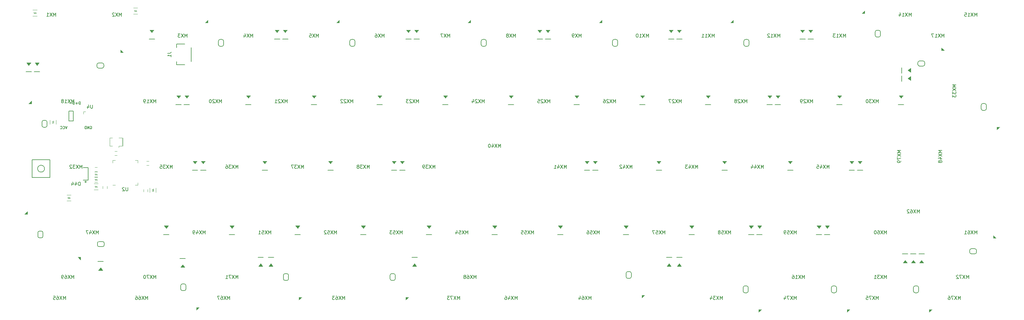
<source format=gbr>
G04 #@! TF.GenerationSoftware,KiCad,Pcbnew,(5.1.10)-1*
G04 #@! TF.CreationDate,2022-02-05T22:18:53+07:00*
G04 #@! TF.ProjectId,krush60hs,6b727573-6836-4306-9873-2e6b69636164,rev?*
G04 #@! TF.SameCoordinates,Original*
G04 #@! TF.FileFunction,Legend,Bot*
G04 #@! TF.FilePolarity,Positive*
%FSLAX46Y46*%
G04 Gerber Fmt 4.6, Leading zero omitted, Abs format (unit mm)*
G04 Created by KiCad (PCBNEW (5.1.10)-1) date 2022-02-05 22:18:53*
%MOMM*%
%LPD*%
G01*
G04 APERTURE LIST*
%ADD10C,0.187500*%
%ADD11C,0.150000*%
%ADD12C,0.100000*%
%ADD13C,0.120000*%
G04 APERTURE END LIST*
D10*
X17766219Y-70903995D02*
X17766219Y-70153995D01*
X17587647Y-70153995D01*
X17480505Y-70189710D01*
X17409076Y-70261138D01*
X17373362Y-70332567D01*
X17337647Y-70475424D01*
X17337647Y-70582567D01*
X17373362Y-70725424D01*
X17409076Y-70796852D01*
X17480505Y-70868281D01*
X17587647Y-70903995D01*
X17766219Y-70903995D01*
X17016219Y-70618281D02*
X16444790Y-70618281D01*
X16730505Y-70903995D02*
X16730505Y-70332567D01*
X15980274Y-70903995D02*
X15980274Y-70153995D01*
X15801702Y-70153995D01*
X15694560Y-70189710D01*
X15623131Y-70261138D01*
X15587417Y-70332567D01*
X15551702Y-70475424D01*
X15551702Y-70582567D01*
X15587417Y-70725424D01*
X15623131Y-70796852D01*
X15694560Y-70868281D01*
X15801702Y-70903995D01*
X15980274Y-70903995D01*
X15230274Y-70618281D02*
X14658845Y-70618281D01*
X20653508Y-77333490D02*
X20724937Y-77297775D01*
X20832080Y-77297775D01*
X20939222Y-77333490D01*
X21010651Y-77404918D01*
X21046365Y-77476347D01*
X21082080Y-77619204D01*
X21082080Y-77726347D01*
X21046365Y-77869204D01*
X21010651Y-77940632D01*
X20939222Y-78012061D01*
X20832080Y-78047775D01*
X20760651Y-78047775D01*
X20653508Y-78012061D01*
X20617794Y-77976347D01*
X20617794Y-77726347D01*
X20760651Y-77726347D01*
X20296365Y-78047775D02*
X20296365Y-77297775D01*
X19867794Y-78047775D01*
X19867794Y-77297775D01*
X19510651Y-78047775D02*
X19510651Y-77297775D01*
X19332080Y-77297775D01*
X19224937Y-77333490D01*
X19153508Y-77404918D01*
X19117794Y-77476347D01*
X19082080Y-77619204D01*
X19082080Y-77726347D01*
X19117794Y-77869204D01*
X19153508Y-77940632D01*
X19224937Y-78012061D01*
X19332080Y-78047775D01*
X19510651Y-78047775D01*
X13938300Y-77297775D02*
X13688300Y-78047775D01*
X13438300Y-77297775D01*
X12759728Y-77976347D02*
X12795442Y-78012061D01*
X12902585Y-78047775D01*
X12974014Y-78047775D01*
X13081157Y-78012061D01*
X13152585Y-77940632D01*
X13188300Y-77869204D01*
X13224014Y-77726347D01*
X13224014Y-77619204D01*
X13188300Y-77476347D01*
X13152585Y-77404918D01*
X13081157Y-77333490D01*
X12974014Y-77297775D01*
X12902585Y-77297775D01*
X12795442Y-77333490D01*
X12759728Y-77369204D01*
X12009728Y-77976347D02*
X12045442Y-78012061D01*
X12152585Y-78047775D01*
X12224014Y-78047775D01*
X12331157Y-78012061D01*
X12402585Y-77940632D01*
X12438300Y-77869204D01*
X12474014Y-77726347D01*
X12474014Y-77619204D01*
X12438300Y-77476347D01*
X12402585Y-77404918D01*
X12331157Y-77333490D01*
X12224014Y-77297775D01*
X12152585Y-77297775D01*
X12045442Y-77333490D01*
X12009728Y-77369204D01*
D11*
X45716250Y-53442500D02*
X45716250Y-54442500D01*
X48116250Y-53442500D02*
X45716250Y-53442500D01*
X49916250Y-58442500D02*
X49916250Y-54442500D01*
X45716250Y-59442500D02*
X48116250Y-59442500D01*
X45716250Y-58442500D02*
X45716250Y-59442500D01*
X3789685Y-92214410D02*
X8989685Y-92214410D01*
X8989685Y-92214410D02*
X8989685Y-87014410D01*
X8989685Y-87014410D02*
X3789685Y-87014410D01*
X3789685Y-87014410D02*
X3789685Y-92214410D01*
X7389685Y-89614410D02*
G75*
G03*
X7389685Y-89614410I-1000000J0D01*
G01*
D12*
G36*
X257016458Y-116195717D02*
G01*
X256416458Y-116995717D01*
X257616458Y-116995717D01*
X257016458Y-116195717D01*
G37*
X257016458Y-116195717D02*
X256416458Y-116995717D01*
X257616458Y-116995717D01*
X257016458Y-116195717D01*
D11*
X257816458Y-114395717D02*
X256216458Y-114395717D01*
X262578962Y-114395717D02*
X260978962Y-114395717D01*
D12*
G36*
X261778962Y-116195717D02*
G01*
X261178962Y-116995717D01*
X262378962Y-116995717D01*
X261778962Y-116195717D01*
G37*
X261778962Y-116195717D02*
X261178962Y-116995717D01*
X262378962Y-116995717D01*
X261778962Y-116195717D01*
D11*
X260197710Y-114395717D02*
X258597710Y-114395717D01*
D12*
G36*
X259397710Y-116195717D02*
G01*
X258797710Y-116995717D01*
X259997710Y-116995717D01*
X259397710Y-116195717D01*
G37*
X259397710Y-116195717D02*
X258797710Y-116995717D01*
X259997710Y-116995717D01*
X259397710Y-116195717D01*
D11*
X192332660Y-115394375D02*
X190732660Y-115394375D01*
D12*
G36*
X191532660Y-117194375D02*
G01*
X190932660Y-117994375D01*
X192132660Y-117994375D01*
X191532660Y-117194375D01*
G37*
X191532660Y-117194375D02*
X190932660Y-117994375D01*
X192132660Y-117994375D01*
X191532660Y-117194375D01*
D11*
X189356085Y-115394375D02*
X187756085Y-115394375D01*
D12*
G36*
X188556085Y-117194375D02*
G01*
X187956085Y-117994375D01*
X189156085Y-117994375D01*
X188556085Y-117194375D01*
G37*
X188556085Y-117194375D02*
X187956085Y-117994375D01*
X189156085Y-117994375D01*
X188556085Y-117194375D01*
D11*
X115536655Y-115394125D02*
X113936655Y-115394125D01*
D12*
G36*
X114736655Y-117194125D02*
G01*
X114136655Y-117994125D01*
X115336655Y-117994125D01*
X114736655Y-117194125D01*
G37*
X114736655Y-117194125D02*
X114136655Y-117994125D01*
X115336655Y-117994125D01*
X114736655Y-117194125D01*
D11*
X73864975Y-115394375D02*
X72264975Y-115394375D01*
D12*
G36*
X73064975Y-117194375D02*
G01*
X72464975Y-117994375D01*
X73664975Y-117994375D01*
X73064975Y-117194375D01*
G37*
X73064975Y-117194375D02*
X72464975Y-117994375D01*
X73664975Y-117994375D01*
X73064975Y-117194375D01*
D11*
X70888400Y-115394250D02*
X69288400Y-115394250D01*
D12*
G36*
X70088400Y-117194250D02*
G01*
X69488400Y-117994250D01*
X70688400Y-117994250D01*
X70088400Y-117194250D01*
G37*
X70088400Y-117194250D02*
X69488400Y-117994250D01*
X70688400Y-117994250D01*
X70088400Y-117194250D01*
D11*
X48266358Y-115691907D02*
X46666358Y-115691907D01*
D12*
G36*
X47466358Y-117491907D02*
G01*
X46866358Y-118291907D01*
X48066358Y-118291907D01*
X47466358Y-117491907D01*
G37*
X47466358Y-117491907D02*
X46866358Y-118291907D01*
X48066358Y-118291907D01*
X47466358Y-117491907D01*
D11*
X24453798Y-116584878D02*
X22853798Y-116584878D01*
D12*
G36*
X23653798Y-118384878D02*
G01*
X23053798Y-119184878D01*
X24253798Y-119184878D01*
X23653798Y-118384878D01*
G37*
X23653798Y-118384878D02*
X23053798Y-119184878D01*
X24253798Y-119184878D01*
X23653798Y-118384878D01*
D11*
X233594564Y-108781265D02*
X235194564Y-108781265D01*
D12*
G36*
X234394564Y-106981265D02*
G01*
X234994564Y-106181265D01*
X233794564Y-106181265D01*
X234394564Y-106981265D01*
G37*
X234394564Y-106981265D02*
X234994564Y-106181265D01*
X233794564Y-106181265D01*
X234394564Y-106981265D01*
D11*
X231213312Y-108781265D02*
X232813312Y-108781265D01*
D12*
G36*
X232013312Y-106981265D02*
G01*
X232613312Y-106181265D01*
X231413312Y-106181265D01*
X232013312Y-106981265D01*
G37*
X232013312Y-106981265D02*
X232613312Y-106181265D01*
X231413312Y-106181265D01*
X232013312Y-106981265D01*
D11*
X213949061Y-108781265D02*
X215549061Y-108781265D01*
D12*
G36*
X214749061Y-106981265D02*
G01*
X215349061Y-106181265D01*
X214149061Y-106181265D01*
X214749061Y-106981265D01*
G37*
X214749061Y-106981265D02*
X215349061Y-106181265D01*
X214149061Y-106181265D01*
X214749061Y-106981265D01*
D11*
X211568831Y-108781265D02*
X213168831Y-108781265D01*
D12*
G36*
X212368831Y-106981265D02*
G01*
X212968831Y-106181265D01*
X211768831Y-106181265D01*
X212368831Y-106981265D01*
G37*
X212368831Y-106981265D02*
X212968831Y-106181265D01*
X211768831Y-106181265D01*
X212368831Y-106981265D01*
D11*
X194304690Y-108781265D02*
X195904690Y-108781265D01*
D12*
G36*
X195104690Y-106981265D02*
G01*
X195704690Y-106181265D01*
X194504690Y-106181265D01*
X195104690Y-106981265D01*
G37*
X195104690Y-106981265D02*
X195704690Y-106181265D01*
X194504690Y-106181265D01*
X195104690Y-106981265D01*
D11*
X175254610Y-108781265D02*
X176854610Y-108781265D01*
D12*
G36*
X176054610Y-106981265D02*
G01*
X176654610Y-106181265D01*
X175454610Y-106181265D01*
X176054610Y-106981265D01*
G37*
X176054610Y-106981265D02*
X176654610Y-106181265D01*
X175454610Y-106181265D01*
X176054610Y-106981265D01*
D11*
X156204530Y-108781265D02*
X157804530Y-108781265D01*
D12*
G36*
X157004530Y-106981265D02*
G01*
X157604530Y-106181265D01*
X156404530Y-106181265D01*
X157004530Y-106981265D01*
G37*
X157004530Y-106981265D02*
X157604530Y-106181265D01*
X156404530Y-106181265D01*
X157004530Y-106981265D01*
D11*
X137154450Y-108781265D02*
X138754450Y-108781265D01*
D12*
G36*
X137954450Y-106981265D02*
G01*
X138554450Y-106181265D01*
X137354450Y-106181265D01*
X137954450Y-106981265D01*
G37*
X137954450Y-106981265D02*
X138554450Y-106181265D01*
X137354450Y-106181265D01*
X137954450Y-106981265D01*
D11*
X118104370Y-108781265D02*
X119704370Y-108781265D01*
D12*
G36*
X118904370Y-106981265D02*
G01*
X119504370Y-106181265D01*
X118304370Y-106181265D01*
X118904370Y-106981265D01*
G37*
X118904370Y-106981265D02*
X119504370Y-106181265D01*
X118304370Y-106181265D01*
X118904370Y-106981265D01*
D11*
X99054290Y-108781265D02*
X100654290Y-108781265D01*
D12*
G36*
X99854290Y-106981265D02*
G01*
X100454290Y-106181265D01*
X99254290Y-106181265D01*
X99854290Y-106981265D01*
G37*
X99854290Y-106981265D02*
X100454290Y-106181265D01*
X99254290Y-106181265D01*
X99854290Y-106981265D01*
D11*
X80004210Y-108781265D02*
X81604210Y-108781265D01*
D12*
G36*
X80804210Y-106981265D02*
G01*
X81404210Y-106181265D01*
X80204210Y-106181265D01*
X80804210Y-106981265D01*
G37*
X80804210Y-106981265D02*
X81404210Y-106181265D01*
X80204210Y-106181265D01*
X80804210Y-106981265D01*
D11*
X60954130Y-108781265D02*
X62554130Y-108781265D01*
D12*
G36*
X61754130Y-106981265D02*
G01*
X62354130Y-106181265D01*
X61154130Y-106181265D01*
X61754130Y-106981265D01*
G37*
X61754130Y-106981265D02*
X62354130Y-106181265D01*
X61154130Y-106181265D01*
X61754130Y-106981265D01*
D11*
X41903846Y-108780941D02*
X43503846Y-108780941D01*
D12*
G36*
X42703846Y-106980941D02*
G01*
X43303846Y-106180941D01*
X42103846Y-106180941D01*
X42703846Y-106980941D01*
G37*
X42703846Y-106980941D02*
X43303846Y-106180941D01*
X42103846Y-106180941D01*
X42703846Y-106980941D01*
G36*
X243919572Y-88228471D02*
G01*
X244519572Y-87428471D01*
X243319572Y-87428471D01*
X243919572Y-88228471D01*
G37*
X243919572Y-88228471D02*
X244519572Y-87428471D01*
X243319572Y-87428471D01*
X243919572Y-88228471D01*
D11*
X243119572Y-90028471D02*
X244719572Y-90028471D01*
X240739260Y-90028842D02*
X242339260Y-90028842D01*
D12*
G36*
X241539260Y-88228842D02*
G01*
X242139260Y-87428842D01*
X240939260Y-87428842D01*
X241539260Y-88228842D01*
G37*
X241539260Y-88228842D02*
X242139260Y-87428842D01*
X240939260Y-87428842D01*
X241539260Y-88228842D01*
D11*
X222879810Y-90028842D02*
X224479810Y-90028842D01*
D12*
G36*
X223679810Y-88228842D02*
G01*
X224279810Y-87428842D01*
X223079810Y-87428842D01*
X223679810Y-88228842D01*
G37*
X223679810Y-88228842D02*
X224279810Y-87428842D01*
X223079810Y-87428842D01*
X223679810Y-88228842D01*
D11*
X203829730Y-90028842D02*
X205429730Y-90028842D01*
D12*
G36*
X204629730Y-88228842D02*
G01*
X205229730Y-87428842D01*
X204029730Y-87428842D01*
X204629730Y-88228842D01*
G37*
X204629730Y-88228842D02*
X205229730Y-87428842D01*
X204029730Y-87428842D01*
X204629730Y-88228842D01*
D11*
X184779650Y-90028842D02*
X186379650Y-90028842D01*
D12*
G36*
X185579650Y-88228842D02*
G01*
X186179650Y-87428842D01*
X184979650Y-87428842D01*
X185579650Y-88228842D01*
G37*
X185579650Y-88228842D02*
X186179650Y-87428842D01*
X184979650Y-87428842D01*
X185579650Y-88228842D01*
D11*
X166324195Y-90028842D02*
X167924195Y-90028842D01*
D12*
G36*
X167124195Y-88228842D02*
G01*
X167724195Y-87428842D01*
X166524195Y-87428842D01*
X167124195Y-88228842D01*
G37*
X167124195Y-88228842D02*
X167724195Y-87428842D01*
X166524195Y-87428842D01*
X167124195Y-88228842D01*
D11*
X163942943Y-90028471D02*
X165542943Y-90028471D01*
D12*
G36*
X164742943Y-88228471D02*
G01*
X165342943Y-87428471D01*
X164142943Y-87428471D01*
X164742943Y-88228471D01*
G37*
X164742943Y-88228471D02*
X165342943Y-87428471D01*
X164142943Y-87428471D01*
X164742943Y-88228471D01*
D11*
X110364773Y-90028471D02*
X111964773Y-90028471D01*
D12*
G36*
X111164773Y-88228471D02*
G01*
X111764773Y-87428471D01*
X110564773Y-87428471D01*
X111164773Y-88228471D01*
G37*
X111164773Y-88228471D02*
X111764773Y-87428471D01*
X110564773Y-87428471D01*
X111164773Y-88228471D01*
D11*
X107983521Y-90028442D02*
X109583521Y-90028442D01*
D12*
G36*
X108783521Y-88228442D02*
G01*
X109383521Y-87428442D01*
X108183521Y-87428442D01*
X108783521Y-88228442D01*
G37*
X108783521Y-88228442D02*
X109383521Y-87428442D01*
X108183521Y-87428442D01*
X108783521Y-88228442D01*
D11*
X89529250Y-90028842D02*
X91129250Y-90028842D01*
D12*
G36*
X90329250Y-88228842D02*
G01*
X90929250Y-87428842D01*
X89729250Y-87428842D01*
X90329250Y-88228842D01*
G37*
X90329250Y-88228842D02*
X90929250Y-87428842D01*
X89729250Y-87428842D01*
X90329250Y-88228842D01*
D11*
X70479170Y-90028842D02*
X72079170Y-90028842D01*
D12*
G36*
X71279170Y-88228842D02*
G01*
X71879170Y-87428842D01*
X70679170Y-87428842D01*
X71279170Y-88228842D01*
G37*
X71279170Y-88228842D02*
X71879170Y-87428842D01*
X70679170Y-87428842D01*
X71279170Y-88228842D01*
D11*
X50238125Y-90028442D02*
X51838125Y-90028442D01*
D12*
G36*
X51038125Y-88228442D02*
G01*
X51638125Y-87428442D01*
X50438125Y-87428442D01*
X51038125Y-88228442D01*
G37*
X51038125Y-88228442D02*
X51638125Y-87428442D01*
X50438125Y-87428442D01*
X51038125Y-88228442D01*
D11*
X255025832Y-70978550D02*
X256625832Y-70978550D01*
D12*
G36*
X255825832Y-69178550D02*
G01*
X256425832Y-68378550D01*
X255225832Y-68378550D01*
X255825832Y-69178550D01*
G37*
X255825832Y-69178550D02*
X256425832Y-68378550D01*
X255225832Y-68378550D01*
X255825832Y-69178550D01*
D11*
X52619375Y-90028442D02*
X54219375Y-90028442D01*
D12*
G36*
X53419375Y-88228442D02*
G01*
X54019375Y-87428442D01*
X52819375Y-87428442D01*
X53419375Y-88228442D01*
G37*
X53419375Y-88228442D02*
X54019375Y-87428442D01*
X52819375Y-87428442D01*
X53419375Y-88228442D01*
D11*
X237166886Y-70978442D02*
X238766886Y-70978442D01*
D12*
G36*
X237966886Y-69178442D02*
G01*
X238566886Y-68378442D01*
X237366886Y-68378442D01*
X237966886Y-69178442D01*
G37*
X237966886Y-69178442D02*
X238566886Y-68378442D01*
X237366886Y-68378442D01*
X237966886Y-69178442D01*
D11*
X219307920Y-70978762D02*
X220907920Y-70978762D01*
D12*
G36*
X220107920Y-69178762D02*
G01*
X220707920Y-68378762D01*
X219507920Y-68378762D01*
X220107920Y-69178762D01*
G37*
X220107920Y-69178762D02*
X220707920Y-68378762D01*
X219507920Y-68378762D01*
X220107920Y-69178762D01*
D11*
X216926660Y-70978762D02*
X218526660Y-70978762D01*
D12*
G36*
X217726660Y-69178762D02*
G01*
X218326660Y-68378762D01*
X217126660Y-68378762D01*
X217726660Y-69178762D01*
G37*
X217726660Y-69178762D02*
X218326660Y-68378762D01*
X217126660Y-68378762D01*
X217726660Y-69178762D01*
D11*
X199067210Y-70978762D02*
X200667210Y-70978762D01*
D12*
G36*
X199867210Y-69178762D02*
G01*
X200467210Y-68378762D01*
X199267210Y-68378762D01*
X199867210Y-69178762D01*
G37*
X199867210Y-69178762D02*
X200467210Y-68378762D01*
X199267210Y-68378762D01*
X199867210Y-69178762D01*
D11*
X180016426Y-70978442D02*
X181616426Y-70978442D01*
D12*
G36*
X180816426Y-69178442D02*
G01*
X181416426Y-68378442D01*
X180216426Y-68378442D01*
X180816426Y-69178442D01*
G37*
X180816426Y-69178442D02*
X181416426Y-68378442D01*
X180216426Y-68378442D01*
X180816426Y-69178442D01*
D11*
X160967050Y-70978762D02*
X162567050Y-70978762D01*
D12*
G36*
X161767050Y-69178762D02*
G01*
X162367050Y-68378762D01*
X161167050Y-68378762D01*
X161767050Y-69178762D01*
G37*
X161767050Y-69178762D02*
X162367050Y-68378762D01*
X161167050Y-68378762D01*
X161767050Y-69178762D01*
D11*
X141916394Y-70978442D02*
X143516394Y-70978442D01*
D12*
G36*
X142716394Y-69178442D02*
G01*
X143316394Y-68378442D01*
X142116394Y-68378442D01*
X142716394Y-69178442D01*
G37*
X142716394Y-69178442D02*
X143316394Y-68378442D01*
X142116394Y-68378442D01*
X142716394Y-69178442D01*
D11*
X122866378Y-70978442D02*
X124466378Y-70978442D01*
D12*
G36*
X123666378Y-69178442D02*
G01*
X124266378Y-68378442D01*
X123066378Y-68378442D01*
X123666378Y-69178442D01*
G37*
X123666378Y-69178442D02*
X124266378Y-68378442D01*
X123066378Y-68378442D01*
X123666378Y-69178442D01*
D11*
X103816362Y-70978442D02*
X105416362Y-70978442D01*
D12*
G36*
X104616362Y-69178442D02*
G01*
X105216362Y-68378442D01*
X104016362Y-68378442D01*
X104616362Y-69178442D01*
G37*
X104616362Y-69178442D02*
X105216362Y-68378442D01*
X104016362Y-68378442D01*
X104616362Y-69178442D01*
D11*
X84766346Y-70978442D02*
X86366346Y-70978442D01*
D12*
G36*
X85566346Y-69178442D02*
G01*
X86166346Y-68378442D01*
X84966346Y-68378442D01*
X85566346Y-69178442D01*
G37*
X85566346Y-69178442D02*
X86166346Y-68378442D01*
X84966346Y-68378442D01*
X85566346Y-69178442D01*
D11*
X65716330Y-70978442D02*
X67316330Y-70978442D01*
D12*
G36*
X66516330Y-69178442D02*
G01*
X67116330Y-68378442D01*
X65916330Y-68378442D01*
X66516330Y-69178442D01*
G37*
X66516330Y-69178442D02*
X67116330Y-68378442D01*
X65916330Y-68378442D01*
X66516330Y-69178442D01*
D11*
X45475730Y-70978762D02*
X47075730Y-70978762D01*
D12*
G36*
X46275730Y-69178762D02*
G01*
X46875730Y-68378762D01*
X45675730Y-68378762D01*
X46275730Y-69178762D01*
G37*
X46275730Y-69178762D02*
X46875730Y-68378762D01*
X45675730Y-68378762D01*
X46275730Y-69178762D01*
D11*
X47856986Y-70978502D02*
X49456986Y-70978502D01*
D12*
G36*
X48656986Y-69178502D02*
G01*
X49256986Y-68378502D01*
X48056986Y-68378502D01*
X48656986Y-69178502D01*
G37*
X48656986Y-69178502D02*
X49256986Y-68378502D01*
X48056986Y-68378502D01*
X48656986Y-69178502D01*
D11*
X256006836Y-62621272D02*
X256006836Y-64221272D01*
D12*
G36*
X257806836Y-63421272D02*
G01*
X258606836Y-64021272D01*
X258606836Y-62821272D01*
X257806836Y-63421272D01*
G37*
X257806836Y-63421272D02*
X258606836Y-64021272D01*
X258606836Y-62821272D01*
X257806836Y-63421272D01*
D11*
X256006836Y-60240016D02*
X256006836Y-61840016D01*
D12*
G36*
X257806836Y-61040016D02*
G01*
X258606836Y-61640016D01*
X258606836Y-60440016D01*
X257806836Y-61040016D01*
G37*
X257806836Y-61040016D02*
X258606836Y-61640016D01*
X258606836Y-60440016D01*
X257806836Y-61040016D01*
D11*
X228832960Y-51928679D02*
X230432960Y-51928679D01*
D12*
G36*
X229632960Y-50128679D02*
G01*
X230232960Y-49328679D01*
X229032960Y-49328679D01*
X229632960Y-50128679D01*
G37*
X229632960Y-50128679D02*
X230232960Y-49328679D01*
X229032960Y-49328679D01*
X229632960Y-50128679D01*
D11*
X226450840Y-51928439D02*
X228050840Y-51928439D01*
D12*
G36*
X227250840Y-50128439D02*
G01*
X227850840Y-49328439D01*
X226650840Y-49328439D01*
X227250840Y-50128439D01*
G37*
X227250840Y-50128439D02*
X227850840Y-49328439D01*
X226650840Y-49328439D01*
X227250840Y-50128439D01*
D11*
X190732800Y-51928439D02*
X192332800Y-51928439D01*
D12*
G36*
X191532800Y-50128439D02*
G01*
X192132800Y-49328439D01*
X190932800Y-49328439D01*
X191532800Y-50128439D01*
G37*
X191532800Y-50128439D02*
X192132800Y-49328439D01*
X190932800Y-49328439D01*
X191532800Y-50128439D01*
D11*
X188350808Y-51928439D02*
X189950808Y-51928439D01*
D12*
G36*
X189150808Y-50128439D02*
G01*
X189750808Y-49328439D01*
X188550808Y-49328439D01*
X189150808Y-50128439D01*
G37*
X189150808Y-50128439D02*
X189750808Y-49328439D01*
X188550808Y-49328439D01*
X189150808Y-50128439D01*
D11*
X152632640Y-51928439D02*
X154232640Y-51928439D01*
D12*
G36*
X153432640Y-50128439D02*
G01*
X154032640Y-49328439D01*
X152832640Y-49328439D01*
X153432640Y-50128439D01*
G37*
X153432640Y-50128439D02*
X154032640Y-49328439D01*
X152832640Y-49328439D01*
X153432640Y-50128439D01*
D11*
X150250776Y-51928439D02*
X151850776Y-51928439D01*
D12*
G36*
X151050776Y-50128439D02*
G01*
X151650776Y-49328439D01*
X150450776Y-49328439D01*
X151050776Y-50128439D01*
G37*
X151050776Y-50128439D02*
X151650776Y-49328439D01*
X150450776Y-49328439D01*
X151050776Y-50128439D01*
D11*
X114532480Y-51928439D02*
X116132480Y-51928439D01*
D12*
G36*
X115332480Y-50128439D02*
G01*
X115932480Y-49328439D01*
X114732480Y-49328439D01*
X115332480Y-50128439D01*
G37*
X115332480Y-50128439D02*
X115932480Y-49328439D01*
X114732480Y-49328439D01*
X115332480Y-50128439D01*
D11*
X112150744Y-51928439D02*
X113750744Y-51928439D01*
D12*
G36*
X112950744Y-50128439D02*
G01*
X113550744Y-49328439D01*
X112350744Y-49328439D01*
X112950744Y-50128439D01*
G37*
X112950744Y-50128439D02*
X113550744Y-49328439D01*
X112350744Y-49328439D01*
X112950744Y-50128439D01*
D11*
X76432320Y-51928679D02*
X78032320Y-51928679D01*
D12*
G36*
X77232320Y-50128679D02*
G01*
X77832320Y-49328679D01*
X76632320Y-49328679D01*
X77232320Y-50128679D01*
G37*
X77232320Y-50128679D02*
X77832320Y-49328679D01*
X76632320Y-49328679D01*
X77232320Y-50128679D01*
D11*
X74050712Y-51928439D02*
X75650712Y-51928439D01*
D12*
G36*
X74850712Y-50128439D02*
G01*
X75450712Y-49328439D01*
X74250712Y-49328439D01*
X74850712Y-50128439D01*
G37*
X74850712Y-50128439D02*
X75450712Y-49328439D01*
X74250712Y-49328439D01*
X74850712Y-50128439D01*
D11*
X37736587Y-51928439D02*
X39336587Y-51928439D01*
D12*
G36*
X38536587Y-50128439D02*
G01*
X39136587Y-49328439D01*
X37936587Y-49328439D01*
X38536587Y-50128439D01*
G37*
X38536587Y-50128439D02*
X39136587Y-49328439D01*
X37936587Y-49328439D01*
X38536587Y-50128439D01*
D11*
X4399059Y-61453447D02*
X5999059Y-61453447D01*
D12*
G36*
X5199059Y-59653447D02*
G01*
X5799059Y-58853447D01*
X4599059Y-58853447D01*
X5199059Y-59653447D01*
G37*
X5199059Y-59653447D02*
X5799059Y-58853447D01*
X4599059Y-58853447D01*
X5199059Y-59653447D01*
D11*
X2017807Y-61453447D02*
X3617807Y-61453447D01*
D12*
G36*
X2817807Y-59653447D02*
G01*
X3417807Y-58853447D01*
X2217807Y-58853447D01*
X2817807Y-59653447D01*
G37*
X2817807Y-59653447D02*
X3417807Y-58853447D01*
X2217807Y-58853447D01*
X2817807Y-59653447D01*
D11*
X14423750Y-72870400D02*
X14423750Y-75770400D01*
X14423750Y-72870400D02*
X15723750Y-72870400D01*
X15723750Y-72870400D02*
X15723750Y-75770400D01*
X15723750Y-75770400D02*
X14423750Y-75770400D01*
D13*
X15046250Y-97227500D02*
X13846250Y-97227500D01*
X13846250Y-98987500D02*
X15046250Y-98987500D01*
D12*
X14596250Y-98307500D02*
X14696250Y-97907500D01*
X14496250Y-97907500D02*
X14596250Y-98307500D01*
X14296250Y-97907500D02*
X14396250Y-98307500D01*
X14096250Y-97907500D02*
X14196250Y-98307500D01*
X14196250Y-98307500D02*
X14296250Y-97907500D01*
X14696250Y-97907500D02*
X14796250Y-98307500D01*
X14396250Y-98307500D02*
X14496250Y-97907500D01*
D13*
X37954305Y-95265289D02*
X37954305Y-96465289D01*
X39714305Y-96465289D02*
X39714305Y-95265289D01*
D12*
X39034305Y-95715289D02*
X38634305Y-95615289D01*
X38634305Y-95815289D02*
X39034305Y-95715289D01*
X38634305Y-96015289D02*
X39034305Y-95915289D01*
X38634305Y-96215289D02*
X39034305Y-96115289D01*
X39034305Y-96115289D02*
X38634305Y-96015289D01*
X38634305Y-95615289D02*
X39034305Y-95515289D01*
X39034305Y-95915289D02*
X38634305Y-95815289D01*
D13*
X22739597Y-90603246D02*
X21889597Y-90603246D01*
X22739597Y-92003246D02*
X21889597Y-92003246D01*
D12*
X22064597Y-91503246D02*
X21964597Y-91103246D01*
X22564597Y-91103246D02*
X22464597Y-91503246D01*
X22664597Y-91503246D02*
X22564597Y-91103246D01*
X22464597Y-91503246D02*
X22364597Y-91103246D01*
X22364597Y-91103246D02*
X22264597Y-91503246D01*
X22264597Y-91503246D02*
X22164597Y-91103246D01*
X22164597Y-91103246D02*
X22064597Y-91503246D01*
D13*
X22739597Y-92138023D02*
X21889597Y-92138023D01*
X22739597Y-93538023D02*
X21889597Y-93538023D01*
D12*
X22064597Y-93038023D02*
X21964597Y-92638023D01*
X22564597Y-92638023D02*
X22464597Y-93038023D01*
X22664597Y-93038023D02*
X22564597Y-92638023D01*
X22464597Y-93038023D02*
X22364597Y-92638023D01*
X22364597Y-92638023D02*
X22264597Y-93038023D01*
X22264597Y-93038023D02*
X22164597Y-92638023D01*
X22164597Y-92638023D02*
X22064597Y-93038023D01*
D13*
X33174083Y-44655309D02*
X34374083Y-44655309D01*
X34374083Y-42895309D02*
X33174083Y-42895309D01*
D12*
X33624083Y-43575309D02*
X33524083Y-43975309D01*
X33724083Y-43975309D02*
X33624083Y-43575309D01*
X33924083Y-43975309D02*
X33824083Y-43575309D01*
X34124083Y-43975309D02*
X34024083Y-43575309D01*
X34024083Y-43575309D02*
X33924083Y-43975309D01*
X33524083Y-43975309D02*
X33424083Y-43575309D01*
X33824083Y-43575309D02*
X33724083Y-43975309D01*
D13*
X5203746Y-43490622D02*
X4003746Y-43490622D01*
X4003746Y-45250622D02*
X5203746Y-45250622D01*
D12*
X4753746Y-44570622D02*
X4853746Y-44170622D01*
X4653746Y-44170622D02*
X4753746Y-44570622D01*
X4453746Y-44170622D02*
X4553746Y-44570622D01*
X4253746Y-44170622D02*
X4353746Y-44570622D01*
X4353746Y-44570622D02*
X4453746Y-44170622D01*
X4853746Y-44170622D02*
X4953746Y-44570622D01*
X4553746Y-44570622D02*
X4653746Y-44170622D01*
D13*
X37656250Y-87411000D02*
X36956250Y-87411000D01*
X36956250Y-88611000D02*
X37656250Y-88611000D01*
X21964597Y-90403246D02*
X22664597Y-90403246D01*
X22664597Y-89203246D02*
X21964597Y-89203246D01*
X27768653Y-85749637D02*
X28468653Y-85749637D01*
X28468653Y-84549637D02*
X27768653Y-84549637D01*
X36150706Y-95662000D02*
X36150706Y-96362000D01*
X37350706Y-96362000D02*
X37350706Y-95662000D01*
X24323750Y-94697500D02*
X24323750Y-95397500D01*
X25523750Y-95397500D02*
X25523750Y-94697500D01*
D11*
X260928962Y-125169129D02*
X260928962Y-124169129D01*
X260428962Y-123669129D02*
X259928962Y-123669129D01*
X259428962Y-124169129D02*
X259428962Y-125169129D01*
X259928962Y-125669129D02*
X260428962Y-125669129D01*
D12*
G36*
X263978962Y-131319129D02*
G01*
X263978962Y-130519129D01*
X264778962Y-130519129D01*
X263978962Y-131319129D01*
G37*
X263978962Y-131319129D02*
X263978962Y-130519129D01*
X264778962Y-130519129D01*
X263978962Y-131319129D01*
D11*
X259928962Y-123669129D02*
G75*
G03*
X259428962Y-124169129I0J-500000D01*
G01*
X259428962Y-125169129D02*
G75*
G03*
X259928962Y-125669129I500000J0D01*
G01*
X260428962Y-125669129D02*
G75*
G03*
X260928962Y-125169129I0J500000D01*
G01*
X260928962Y-124169129D02*
G75*
G03*
X260428962Y-123669129I-500000J0D01*
G01*
D12*
G36*
X240166442Y-131319129D02*
G01*
X240166442Y-130519129D01*
X240966442Y-130519129D01*
X240166442Y-131319129D01*
G37*
X240166442Y-131319129D02*
X240166442Y-130519129D01*
X240966442Y-130519129D01*
X240166442Y-131319129D01*
D11*
X236116442Y-125669129D02*
X236616442Y-125669129D01*
X235616442Y-124169129D02*
X235616442Y-125169129D01*
X236616442Y-123669129D02*
X236116442Y-123669129D01*
X237116442Y-125169129D02*
X237116442Y-124169129D01*
X237116442Y-124169129D02*
G75*
G03*
X236616442Y-123669129I-500000J0D01*
G01*
X236616442Y-125669129D02*
G75*
G03*
X237116442Y-125169129I0J500000D01*
G01*
X235616442Y-125169129D02*
G75*
G03*
X236116442Y-125669129I500000J0D01*
G01*
X236116442Y-123669129D02*
G75*
G03*
X235616442Y-124169129I0J-500000D01*
G01*
X211517983Y-125169129D02*
X211517983Y-124169129D01*
X211017983Y-123669129D02*
X210517983Y-123669129D01*
X210017983Y-124169129D02*
X210017983Y-125169129D01*
X210517983Y-125669129D02*
X211017983Y-125669129D01*
D12*
G36*
X214567983Y-131319129D02*
G01*
X214567983Y-130519129D01*
X215367983Y-130519129D01*
X214567983Y-131319129D01*
G37*
X214567983Y-131319129D02*
X214567983Y-130519129D01*
X215367983Y-130519129D01*
X214567983Y-131319129D01*
D11*
X210517983Y-123669129D02*
G75*
G03*
X210017983Y-124169129I0J-500000D01*
G01*
X210017983Y-125169129D02*
G75*
G03*
X210517983Y-125669129I500000J0D01*
G01*
X211017983Y-125669129D02*
G75*
G03*
X211517983Y-125169129I0J500000D01*
G01*
X211517983Y-124169129D02*
G75*
G03*
X211017983Y-123669129I-500000J0D01*
G01*
X177585730Y-121002210D02*
X177585730Y-120002210D01*
X177085730Y-119502210D02*
X176585730Y-119502210D01*
X176085730Y-120002210D02*
X176085730Y-121002210D01*
X176585730Y-121502210D02*
X177085730Y-121502210D01*
D12*
G36*
X180635730Y-127152210D02*
G01*
X180635730Y-126352210D01*
X181435730Y-126352210D01*
X180635730Y-127152210D01*
G37*
X180635730Y-127152210D02*
X180635730Y-126352210D01*
X181435730Y-126352210D01*
X180635730Y-127152210D01*
D11*
X176585730Y-119502210D02*
G75*
G03*
X176085730Y-120002210I0J-500000D01*
G01*
X176085730Y-121002210D02*
G75*
G03*
X176585730Y-121502210I500000J0D01*
G01*
X177085730Y-121502210D02*
G75*
G03*
X177585730Y-121002210I0J500000D01*
G01*
X177585730Y-120002210D02*
G75*
G03*
X177085730Y-119502210I-500000J0D01*
G01*
X109124505Y-121597525D02*
X109124505Y-120597525D01*
X108624505Y-120097525D02*
X108124505Y-120097525D01*
X107624505Y-120597525D02*
X107624505Y-121597525D01*
X108124505Y-122097525D02*
X108624505Y-122097525D01*
D12*
G36*
X112174505Y-127747525D02*
G01*
X112174505Y-126947525D01*
X112974505Y-126947525D01*
X112174505Y-127747525D01*
G37*
X112174505Y-127747525D02*
X112174505Y-126947525D01*
X112974505Y-126947525D01*
X112174505Y-127747525D01*
D11*
X108124505Y-120097525D02*
G75*
G03*
X107624505Y-120597525I0J-500000D01*
G01*
X107624505Y-121597525D02*
G75*
G03*
X108124505Y-122097525I500000J0D01*
G01*
X108624505Y-122097525D02*
G75*
G03*
X109124505Y-121597525I0J500000D01*
G01*
X109124505Y-120597525D02*
G75*
G03*
X108624505Y-120097525I-500000J0D01*
G01*
X78168125Y-121597525D02*
X78168125Y-120597525D01*
X77668125Y-120097525D02*
X77168125Y-120097525D01*
X76668125Y-120597525D02*
X76668125Y-121597525D01*
X77168125Y-122097525D02*
X77668125Y-122097525D01*
D12*
G36*
X81218125Y-127747525D02*
G01*
X81218125Y-126947525D01*
X82018125Y-126947525D01*
X81218125Y-127747525D01*
G37*
X81218125Y-127747525D02*
X81218125Y-126947525D01*
X82018125Y-126947525D01*
X81218125Y-127747525D01*
D11*
X77168125Y-120097525D02*
G75*
G03*
X76668125Y-120597525I0J-500000D01*
G01*
X76668125Y-121597525D02*
G75*
G03*
X77168125Y-122097525I500000J0D01*
G01*
X77668125Y-122097525D02*
G75*
G03*
X78168125Y-121597525I0J500000D01*
G01*
X78168125Y-120597525D02*
G75*
G03*
X77668125Y-120097525I-500000J0D01*
G01*
X48402221Y-124573816D02*
X48402221Y-123573816D01*
X47902221Y-123073816D02*
X47402221Y-123073816D01*
X46902221Y-123573816D02*
X46902221Y-124573816D01*
X47402221Y-125073816D02*
X47902221Y-125073816D01*
D12*
G36*
X51452221Y-130723816D02*
G01*
X51452221Y-129923816D01*
X52252221Y-129923816D01*
X51452221Y-130723816D01*
G37*
X51452221Y-130723816D02*
X51452221Y-129923816D01*
X52252221Y-129923816D01*
X51452221Y-130723816D01*
D11*
X47402221Y-123073816D02*
G75*
G03*
X46902221Y-123573816I0J-500000D01*
G01*
X46902221Y-124573816D02*
G75*
G03*
X47402221Y-125073816I500000J0D01*
G01*
X47902221Y-125073816D02*
G75*
G03*
X48402221Y-124573816I0J500000D01*
G01*
X48402221Y-123573816D02*
G75*
G03*
X47902221Y-123073816I-500000J0D01*
G01*
X24222542Y-112279395D02*
G75*
G03*
X24722542Y-111779395I0J500000D01*
G01*
X22722542Y-111779395D02*
G75*
G03*
X23222542Y-112279395I500000J0D01*
G01*
X23222542Y-110779395D02*
G75*
G03*
X22722542Y-111279395I0J-500000D01*
G01*
X24722542Y-111279395D02*
G75*
G03*
X24222542Y-110779395I-500000J0D01*
G01*
D12*
G36*
X17072542Y-115329395D02*
G01*
X17872542Y-115329395D01*
X17872542Y-116129395D01*
X17072542Y-115329395D01*
G37*
X17072542Y-115329395D02*
X17872542Y-115329395D01*
X17872542Y-116129395D01*
X17072542Y-115329395D01*
D11*
X22722542Y-111279395D02*
X22722542Y-111779395D01*
X24222542Y-110779395D02*
X23222542Y-110779395D01*
X24722542Y-111779395D02*
X24722542Y-111279395D01*
X23222542Y-112279395D02*
X24222542Y-112279395D01*
X5453746Y-108233174D02*
X5453746Y-109233174D01*
X5953746Y-109733174D02*
X6453746Y-109733174D01*
X6953746Y-109233174D02*
X6953746Y-108233174D01*
X6453746Y-107733174D02*
X5953746Y-107733174D01*
D12*
G36*
X2403746Y-102083174D02*
G01*
X2403746Y-102883174D01*
X1603746Y-102883174D01*
X2403746Y-102083174D01*
G37*
X2403746Y-102083174D02*
X2403746Y-102883174D01*
X1603746Y-102883174D01*
X2403746Y-102083174D01*
D11*
X6453746Y-109733174D02*
G75*
G03*
X6953746Y-109233174I0J500000D01*
G01*
X6953746Y-108233174D02*
G75*
G03*
X6453746Y-107733174I-500000J0D01*
G01*
X5953746Y-107733174D02*
G75*
G03*
X5453746Y-108233174I0J-500000D01*
G01*
X5453746Y-109233174D02*
G75*
G03*
X5953746Y-109733174I500000J0D01*
G01*
X6644520Y-76086600D02*
X6644520Y-77086600D01*
X7144520Y-77586600D02*
X7644520Y-77586600D01*
X8144520Y-77086600D02*
X8144520Y-76086600D01*
X7644520Y-75586600D02*
X7144520Y-75586600D01*
D12*
G36*
X3594520Y-69936600D02*
G01*
X3594520Y-70736600D01*
X2794520Y-70736600D01*
X3594520Y-69936600D01*
G37*
X3594520Y-69936600D02*
X3594520Y-70736600D01*
X2794520Y-70736600D01*
X3594520Y-69936600D01*
D11*
X7644520Y-77586600D02*
G75*
G03*
X8144520Y-77086600I0J500000D01*
G01*
X8144520Y-76086600D02*
G75*
G03*
X7644520Y-75586600I-500000J0D01*
G01*
X7144520Y-75586600D02*
G75*
G03*
X6644520Y-76086600I0J-500000D01*
G01*
X6644520Y-77086600D02*
G75*
G03*
X7144520Y-77586600I500000J0D01*
G01*
X277227750Y-112864000D02*
X276227750Y-112864000D01*
X275727750Y-113364000D02*
X275727750Y-113864000D01*
X276227750Y-114364000D02*
X277227750Y-114364000D01*
X277727750Y-113864000D02*
X277727750Y-113364000D01*
D12*
G36*
X283377750Y-109814000D02*
G01*
X282577750Y-109814000D01*
X282577750Y-109014000D01*
X283377750Y-109814000D01*
G37*
X283377750Y-109814000D02*
X282577750Y-109814000D01*
X282577750Y-109014000D01*
X283377750Y-109814000D01*
D11*
X275727750Y-113864000D02*
G75*
G03*
X276227750Y-114364000I500000J0D01*
G01*
X277227750Y-114364000D02*
G75*
G03*
X277727750Y-113864000I0J500000D01*
G01*
X277727750Y-113364000D02*
G75*
G03*
X277227750Y-112864000I-500000J0D01*
G01*
X276227750Y-112864000D02*
G75*
G03*
X275727750Y-113364000I0J-500000D01*
G01*
X280574291Y-72186272D02*
X280574291Y-71186272D01*
X280074291Y-70686272D02*
X279574291Y-70686272D01*
X279074291Y-71186272D02*
X279074291Y-72186272D01*
X279574291Y-72686272D02*
X280074291Y-72686272D01*
D12*
G36*
X283624291Y-78336272D02*
G01*
X283624291Y-77536272D01*
X284424291Y-77536272D01*
X283624291Y-78336272D01*
G37*
X283624291Y-78336272D02*
X283624291Y-77536272D01*
X284424291Y-77536272D01*
X283624291Y-78336272D01*
D11*
X279574291Y-70686272D02*
G75*
G03*
X279074291Y-71186272I0J-500000D01*
G01*
X279074291Y-72186272D02*
G75*
G03*
X279574291Y-72686272I500000J0D01*
G01*
X280074291Y-72686272D02*
G75*
G03*
X280574291Y-72186272I0J500000D01*
G01*
X280574291Y-71186272D02*
G75*
G03*
X280074291Y-70686272I-500000J0D01*
G01*
X262210000Y-58317780D02*
X261210000Y-58317780D01*
X260710000Y-58817780D02*
X260710000Y-59317780D01*
X261210000Y-59817780D02*
X262210000Y-59817780D01*
X262710000Y-59317780D02*
X262710000Y-58817780D01*
D12*
G36*
X268360000Y-55267780D02*
G01*
X267560000Y-55267780D01*
X267560000Y-54467780D01*
X268360000Y-55267780D01*
G37*
X268360000Y-55267780D02*
X267560000Y-55267780D01*
X267560000Y-54467780D01*
X268360000Y-55267780D01*
D11*
X260710000Y-59317780D02*
G75*
G03*
X261210000Y-59817780I500000J0D01*
G01*
X262210000Y-59817780D02*
G75*
G03*
X262710000Y-59317780I0J500000D01*
G01*
X262710000Y-58817780D02*
G75*
G03*
X262210000Y-58317780I-500000J0D01*
G01*
X261210000Y-58317780D02*
G75*
G03*
X260710000Y-58817780I0J-500000D01*
G01*
X248341862Y-49892512D02*
X248341862Y-50892512D01*
X248841862Y-51392512D02*
X249341862Y-51392512D01*
X249841862Y-50892512D02*
X249841862Y-49892512D01*
X249341862Y-49392512D02*
X248841862Y-49392512D01*
D12*
G36*
X245291862Y-43742512D02*
G01*
X245291862Y-44542512D01*
X244491862Y-44542512D01*
X245291862Y-43742512D01*
G37*
X245291862Y-43742512D02*
X245291862Y-44542512D01*
X244491862Y-44542512D01*
X245291862Y-43742512D01*
D11*
X249341862Y-51392512D02*
G75*
G03*
X249841862Y-50892512I0J500000D01*
G01*
X249841862Y-49892512D02*
G75*
G03*
X249341862Y-49392512I-500000J0D01*
G01*
X248841862Y-49392512D02*
G75*
G03*
X248341862Y-49892512I0J-500000D01*
G01*
X248341862Y-50892512D02*
G75*
G03*
X248841862Y-51392512I500000J0D01*
G01*
X210242250Y-52571651D02*
X210242250Y-53571651D01*
X210742250Y-54071651D02*
X211242250Y-54071651D01*
X211742250Y-53571651D02*
X211742250Y-52571651D01*
X211242250Y-52071651D02*
X210742250Y-52071651D01*
D12*
G36*
X207192250Y-46421651D02*
G01*
X207192250Y-47221651D01*
X206392250Y-47221651D01*
X207192250Y-46421651D01*
G37*
X207192250Y-46421651D02*
X207192250Y-47221651D01*
X206392250Y-47221651D01*
X207192250Y-46421651D01*
D11*
X211242250Y-54071651D02*
G75*
G03*
X211742250Y-53571651I0J500000D01*
G01*
X211742250Y-52571651D02*
G75*
G03*
X211242250Y-52071651I-500000J0D01*
G01*
X210742250Y-52071651D02*
G75*
G03*
X210242250Y-52571651I0J-500000D01*
G01*
X210242250Y-53571651D02*
G75*
G03*
X210742250Y-54071651I500000J0D01*
G01*
X172142090Y-52571651D02*
X172142090Y-53571651D01*
X172642090Y-54071651D02*
X173142090Y-54071651D01*
X173642090Y-53571651D02*
X173642090Y-52571651D01*
X173142090Y-52071651D02*
X172642090Y-52071651D01*
D12*
G36*
X169092090Y-46421651D02*
G01*
X169092090Y-47221651D01*
X168292090Y-47221651D01*
X169092090Y-46421651D01*
G37*
X169092090Y-46421651D02*
X169092090Y-47221651D01*
X168292090Y-47221651D01*
X169092090Y-46421651D01*
D11*
X173142090Y-54071651D02*
G75*
G03*
X173642090Y-53571651I0J500000D01*
G01*
X173642090Y-52571651D02*
G75*
G03*
X173142090Y-52071651I-500000J0D01*
G01*
X172642090Y-52071651D02*
G75*
G03*
X172142090Y-52571651I0J-500000D01*
G01*
X172142090Y-53571651D02*
G75*
G03*
X172642090Y-54071651I500000J0D01*
G01*
X134041930Y-52571651D02*
X134041930Y-53571651D01*
X134541930Y-54071651D02*
X135041930Y-54071651D01*
X135541930Y-53571651D02*
X135541930Y-52571651D01*
X135041930Y-52071651D02*
X134541930Y-52071651D01*
D12*
G36*
X130991930Y-46421651D02*
G01*
X130991930Y-47221651D01*
X130191930Y-47221651D01*
X130991930Y-46421651D01*
G37*
X130991930Y-46421651D02*
X130991930Y-47221651D01*
X130191930Y-47221651D01*
X130991930Y-46421651D01*
D11*
X135041930Y-54071651D02*
G75*
G03*
X135541930Y-53571651I0J500000D01*
G01*
X135541930Y-52571651D02*
G75*
G03*
X135041930Y-52071651I-500000J0D01*
G01*
X134541930Y-52071651D02*
G75*
G03*
X134041930Y-52571651I0J-500000D01*
G01*
X134041930Y-53571651D02*
G75*
G03*
X134541930Y-54071651I500000J0D01*
G01*
X95941770Y-52571651D02*
X95941770Y-53571651D01*
X96441770Y-54071651D02*
X96941770Y-54071651D01*
X97441770Y-53571651D02*
X97441770Y-52571651D01*
X96941770Y-52071651D02*
X96441770Y-52071651D01*
D12*
G36*
X92891770Y-46421651D02*
G01*
X92891770Y-47221651D01*
X92091770Y-47221651D01*
X92891770Y-46421651D01*
G37*
X92891770Y-46421651D02*
X92891770Y-47221651D01*
X92091770Y-47221651D01*
X92891770Y-46421651D01*
D11*
X96941770Y-54071651D02*
G75*
G03*
X97441770Y-53571651I0J500000D01*
G01*
X97441770Y-52571651D02*
G75*
G03*
X96941770Y-52071651I-500000J0D01*
G01*
X96441770Y-52071651D02*
G75*
G03*
X95941770Y-52571651I0J-500000D01*
G01*
X95941770Y-53571651D02*
G75*
G03*
X96441770Y-54071651I500000J0D01*
G01*
X57841610Y-52571651D02*
X57841610Y-53571651D01*
X58341610Y-54071651D02*
X58841610Y-54071651D01*
X59341610Y-53571651D02*
X59341610Y-52571651D01*
X58841610Y-52071651D02*
X58341610Y-52071651D01*
D12*
G36*
X54791610Y-46421651D02*
G01*
X54791610Y-47221651D01*
X53991610Y-47221651D01*
X54791610Y-46421651D01*
G37*
X54791610Y-46421651D02*
X54791610Y-47221651D01*
X53991610Y-47221651D01*
X54791610Y-46421651D01*
D11*
X58841610Y-54071651D02*
G75*
G03*
X59341610Y-53571651I0J500000D01*
G01*
X59341610Y-52571651D02*
G75*
G03*
X58841610Y-52071651I-500000J0D01*
G01*
X58341610Y-52071651D02*
G75*
G03*
X57841610Y-52571651I0J-500000D01*
G01*
X57841610Y-53571651D02*
G75*
G03*
X58341610Y-54071651I500000J0D01*
G01*
X24085014Y-58912821D02*
X23085014Y-58912821D01*
X22585014Y-59412821D02*
X22585014Y-59912821D01*
X23085014Y-60412821D02*
X24085014Y-60412821D01*
X24585014Y-59912821D02*
X24585014Y-59412821D01*
D12*
G36*
X30235014Y-55862821D02*
G01*
X29435014Y-55862821D01*
X29435014Y-55062821D01*
X30235014Y-55862821D01*
G37*
X30235014Y-55862821D02*
X29435014Y-55862821D01*
X29435014Y-55062821D01*
X30235014Y-55862821D01*
D11*
X22585014Y-59912821D02*
G75*
G03*
X23085014Y-60412821I500000J0D01*
G01*
X24085014Y-60412821D02*
G75*
G03*
X24585014Y-59912821I0J500000D01*
G01*
X24585014Y-59412821D02*
G75*
G03*
X24085014Y-58912821I-500000J0D01*
G01*
X23085014Y-58912821D02*
G75*
G03*
X22585014Y-59412821I0J-500000D01*
G01*
D13*
X22914597Y-93958023D02*
X21714597Y-93958023D01*
X21714597Y-95718023D02*
X22914597Y-95718023D01*
D12*
X22464597Y-95038023D02*
X22564597Y-94638023D01*
X22364597Y-94638023D02*
X22464597Y-95038023D01*
X22164597Y-94638023D02*
X22264597Y-95038023D01*
X21964597Y-94638023D02*
X22064597Y-95038023D01*
X22064597Y-95038023D02*
X22164597Y-94638023D01*
X22564597Y-94638023D02*
X22664597Y-95038023D01*
X22264597Y-95038023D02*
X22364597Y-94638023D01*
D13*
X10754250Y-76673000D02*
X10754250Y-75473000D01*
X8994250Y-75473000D02*
X8994250Y-76673000D01*
D12*
X9674250Y-76223000D02*
X10074250Y-76323000D01*
X10074250Y-76123000D02*
X9674250Y-76223000D01*
X10074250Y-75923000D02*
X9674250Y-76023000D01*
X10074250Y-75723000D02*
X9674250Y-75823000D01*
X9674250Y-75823000D02*
X10074250Y-75923000D01*
X10074250Y-76323000D02*
X9674250Y-76423000D01*
X9674250Y-76023000D02*
X10074250Y-76123000D01*
D11*
X19510030Y-93442608D02*
G75*
G03*
X19510030Y-93442608I-200000J0D01*
G01*
X20010030Y-92942608D02*
X20010030Y-89342608D01*
X20010030Y-89342608D02*
X18610030Y-89342608D01*
X20010030Y-92942608D02*
X18610030Y-92942608D01*
D13*
X19303750Y-73050400D02*
X18668750Y-73050400D01*
X18668750Y-73050400D02*
X18668750Y-73685400D01*
X27912750Y-94415420D02*
X27187750Y-94415420D01*
X34407750Y-87195420D02*
X34407750Y-87920420D01*
X33682750Y-87195420D02*
X34407750Y-87195420D01*
X27187750Y-87195420D02*
X27187750Y-87920420D01*
X27912750Y-87195420D02*
X27187750Y-87195420D01*
X34407750Y-94415420D02*
X34407750Y-93690420D01*
X33682750Y-94415420D02*
X34407750Y-94415420D01*
X26318653Y-83075410D02*
X27118653Y-83075410D01*
X26318653Y-80675410D02*
X26318653Y-82675410D01*
X27118653Y-80675410D02*
X26318653Y-80675410D01*
X29918653Y-80675410D02*
X28918653Y-80675410D01*
X29918653Y-82675410D02*
X29918653Y-80675410D01*
X28918653Y-83075410D02*
X29918653Y-83075410D01*
X28918653Y-83075410D02*
X28918653Y-83475410D01*
X30118653Y-80675410D02*
X30118653Y-82675410D01*
X26318653Y-82675410D02*
X26318653Y-83075410D01*
X29918653Y-82675410D02*
X29918653Y-83075410D01*
X30118653Y-82675410D02*
X30118653Y-83075410D01*
D11*
X261159614Y-102496928D02*
X261159614Y-101496928D01*
X260826281Y-102211214D01*
X260492948Y-101496928D01*
X260492948Y-102496928D01*
X260111995Y-101496928D02*
X259445329Y-102496928D01*
X259445329Y-101496928D02*
X260111995Y-102496928D01*
X258635805Y-101496928D02*
X258826281Y-101496928D01*
X258921519Y-101544548D01*
X258969138Y-101592167D01*
X259064376Y-101735024D01*
X259111995Y-101925500D01*
X259111995Y-102306452D01*
X259064376Y-102401690D01*
X259016757Y-102449309D01*
X258921519Y-102496928D01*
X258731043Y-102496928D01*
X258635805Y-102449309D01*
X258588186Y-102401690D01*
X258540567Y-102306452D01*
X258540567Y-102068357D01*
X258588186Y-101973119D01*
X258635805Y-101925500D01*
X258731043Y-101877881D01*
X258921519Y-101877881D01*
X259016757Y-101925500D01*
X259064376Y-101973119D01*
X259111995Y-102068357D01*
X258159614Y-101592167D02*
X258111995Y-101544548D01*
X258016757Y-101496928D01*
X257778662Y-101496928D01*
X257683424Y-101544548D01*
X257635805Y-101592167D01*
X257588186Y-101687405D01*
X257588186Y-101782643D01*
X257635805Y-101925500D01*
X258207233Y-102496928D01*
X257588186Y-102496928D01*
X251634638Y-108592880D02*
X251634638Y-107592880D01*
X251301305Y-108307166D01*
X250967972Y-107592880D01*
X250967972Y-108592880D01*
X250587019Y-107592880D02*
X249920353Y-108592880D01*
X249920353Y-107592880D02*
X250587019Y-108592880D01*
X249110829Y-107592880D02*
X249301305Y-107592880D01*
X249396543Y-107640500D01*
X249444162Y-107688119D01*
X249539400Y-107830976D01*
X249587019Y-108021452D01*
X249587019Y-108402404D01*
X249539400Y-108497642D01*
X249491781Y-108545261D01*
X249396543Y-108592880D01*
X249206067Y-108592880D01*
X249110829Y-108545261D01*
X249063210Y-108497642D01*
X249015591Y-108402404D01*
X249015591Y-108164309D01*
X249063210Y-108069071D01*
X249110829Y-108021452D01*
X249206067Y-107973833D01*
X249396543Y-107973833D01*
X249491781Y-108021452D01*
X249539400Y-108069071D01*
X249587019Y-108164309D01*
X248396543Y-107592880D02*
X248301305Y-107592880D01*
X248206067Y-107640500D01*
X248158448Y-107688119D01*
X248110829Y-107783357D01*
X248063210Y-107973833D01*
X248063210Y-108211928D01*
X248110829Y-108402404D01*
X248158448Y-108497642D01*
X248206067Y-108545261D01*
X248301305Y-108592880D01*
X248396543Y-108592880D01*
X248491781Y-108545261D01*
X248539400Y-108497642D01*
X248587019Y-108402404D01*
X248634638Y-108211928D01*
X248634638Y-107973833D01*
X248587019Y-107783357D01*
X248539400Y-107688119D01*
X248491781Y-107640500D01*
X248396543Y-107592880D01*
X273065874Y-127642944D02*
X273065874Y-126642944D01*
X272732541Y-127357230D01*
X272399208Y-126642944D01*
X272399208Y-127642944D01*
X272018255Y-126642944D02*
X271351589Y-127642944D01*
X271351589Y-126642944D02*
X272018255Y-127642944D01*
X271065874Y-126642944D02*
X270399208Y-126642944D01*
X270827779Y-127642944D01*
X269589684Y-126642944D02*
X269780160Y-126642944D01*
X269875398Y-126690564D01*
X269923017Y-126738183D01*
X270018255Y-126881040D01*
X270065874Y-127071516D01*
X270065874Y-127452468D01*
X270018255Y-127547706D01*
X269970636Y-127595325D01*
X269875398Y-127642944D01*
X269684922Y-127642944D01*
X269589684Y-127595325D01*
X269542065Y-127547706D01*
X269494446Y-127452468D01*
X269494446Y-127214373D01*
X269542065Y-127119135D01*
X269589684Y-127071516D01*
X269684922Y-127023897D01*
X269875398Y-127023897D01*
X269970636Y-127071516D01*
X270018255Y-127119135D01*
X270065874Y-127214373D01*
X249253354Y-127642944D02*
X249253354Y-126642944D01*
X248920021Y-127357230D01*
X248586688Y-126642944D01*
X248586688Y-127642944D01*
X248205735Y-126642944D02*
X247539069Y-127642944D01*
X247539069Y-126642944D02*
X248205735Y-127642944D01*
X247253354Y-126642944D02*
X246586688Y-126642944D01*
X247015259Y-127642944D01*
X245729545Y-126642944D02*
X246205735Y-126642944D01*
X246253354Y-127119135D01*
X246205735Y-127071516D01*
X246110497Y-127023897D01*
X245872402Y-127023897D01*
X245777164Y-127071516D01*
X245729545Y-127119135D01*
X245681926Y-127214373D01*
X245681926Y-127452468D01*
X245729545Y-127547706D01*
X245777164Y-127595325D01*
X245872402Y-127642944D01*
X246110497Y-127642944D01*
X246205735Y-127595325D01*
X246253354Y-127547706D01*
X225440834Y-127642944D02*
X225440834Y-126642944D01*
X225107501Y-127357230D01*
X224774168Y-126642944D01*
X224774168Y-127642944D01*
X224393215Y-126642944D02*
X223726549Y-127642944D01*
X223726549Y-126642944D02*
X224393215Y-127642944D01*
X223440834Y-126642944D02*
X222774168Y-126642944D01*
X223202739Y-127642944D01*
X221964644Y-126976278D02*
X221964644Y-127642944D01*
X222202739Y-126595325D02*
X222440834Y-127309611D01*
X221821787Y-127309611D01*
X275447126Y-121546944D02*
X275447126Y-120546944D01*
X275113793Y-121261230D01*
X274780460Y-120546944D01*
X274780460Y-121546944D01*
X274399507Y-120546944D02*
X273732841Y-121546944D01*
X273732841Y-120546944D02*
X274399507Y-121546944D01*
X273447126Y-120546944D02*
X272780460Y-120546944D01*
X273209031Y-121546944D01*
X272447126Y-120642183D02*
X272399507Y-120594564D01*
X272304269Y-120546944D01*
X272066174Y-120546944D01*
X271970936Y-120594564D01*
X271923317Y-120642183D01*
X271875698Y-120737421D01*
X271875698Y-120832659D01*
X271923317Y-120975516D01*
X272494745Y-121546944D01*
X271875698Y-121546944D01*
X204009566Y-127642944D02*
X204009566Y-126642944D01*
X203676233Y-127357230D01*
X203342900Y-126642944D01*
X203342900Y-127642944D01*
X202961947Y-126642944D02*
X202295281Y-127642944D01*
X202295281Y-126642944D02*
X202961947Y-127642944D01*
X202009566Y-126642944D02*
X201390519Y-126642944D01*
X201723852Y-127023897D01*
X201580995Y-127023897D01*
X201485757Y-127071516D01*
X201438138Y-127119135D01*
X201390519Y-127214373D01*
X201390519Y-127452468D01*
X201438138Y-127547706D01*
X201485757Y-127595325D01*
X201580995Y-127642944D01*
X201866709Y-127642944D01*
X201961947Y-127595325D01*
X202009566Y-127547706D01*
X200533376Y-126976278D02*
X200533376Y-127642944D01*
X200771471Y-126595325D02*
X201009566Y-127309611D01*
X200390519Y-127309611D01*
X251634606Y-121546944D02*
X251634606Y-120546944D01*
X251301273Y-121261230D01*
X250967940Y-120546944D01*
X250967940Y-121546944D01*
X250586987Y-120546944D02*
X249920321Y-121546944D01*
X249920321Y-120546944D02*
X250586987Y-121546944D01*
X249634606Y-120546944D02*
X249015559Y-120546944D01*
X249348892Y-120927897D01*
X249206035Y-120927897D01*
X249110797Y-120975516D01*
X249063178Y-121023135D01*
X249015559Y-121118373D01*
X249015559Y-121356468D01*
X249063178Y-121451706D01*
X249110797Y-121499325D01*
X249206035Y-121546944D01*
X249491749Y-121546944D01*
X249586987Y-121499325D01*
X249634606Y-121451706D01*
X248063178Y-121546944D02*
X248634606Y-121546944D01*
X248348892Y-121546944D02*
X248348892Y-120546944D01*
X248444130Y-120689802D01*
X248539368Y-120785040D01*
X248634606Y-120832659D01*
X227822086Y-121546944D02*
X227822086Y-120546944D01*
X227488753Y-121261230D01*
X227155420Y-120546944D01*
X227155420Y-121546944D01*
X226774467Y-120546944D02*
X226107801Y-121546944D01*
X226107801Y-120546944D02*
X226774467Y-121546944D01*
X225203039Y-121546944D02*
X225774467Y-121546944D01*
X225488753Y-121546944D02*
X225488753Y-120546944D01*
X225583991Y-120689802D01*
X225679229Y-120785040D01*
X225774467Y-120832659D01*
X224345896Y-120546944D02*
X224536372Y-120546944D01*
X224631610Y-120594564D01*
X224679229Y-120642183D01*
X224774467Y-120785040D01*
X224822086Y-120975516D01*
X224822086Y-121356468D01*
X224774467Y-121451706D01*
X224726848Y-121499325D01*
X224631610Y-121546944D01*
X224441134Y-121546944D01*
X224345896Y-121499325D01*
X224298277Y-121451706D01*
X224250658Y-121356468D01*
X224250658Y-121118373D01*
X224298277Y-121023135D01*
X224345896Y-120975516D01*
X224441134Y-120927897D01*
X224631610Y-120927897D01*
X224726848Y-120975516D01*
X224774467Y-121023135D01*
X224822086Y-121118373D01*
X144478154Y-127642880D02*
X144478154Y-126642880D01*
X144144821Y-127357166D01*
X143811488Y-126642880D01*
X143811488Y-127642880D01*
X143430535Y-126642880D02*
X142763869Y-127642880D01*
X142763869Y-126642880D02*
X143430535Y-127642880D01*
X141954345Y-126976214D02*
X141954345Y-127642880D01*
X142192440Y-126595261D02*
X142430535Y-127309547D01*
X141811488Y-127309547D01*
X141001964Y-126642880D02*
X141192440Y-126642880D01*
X141287678Y-126690500D01*
X141335297Y-126738119D01*
X141430535Y-126880976D01*
X141478154Y-127071452D01*
X141478154Y-127452404D01*
X141430535Y-127547642D01*
X141382916Y-127595261D01*
X141287678Y-127642880D01*
X141097202Y-127642880D01*
X141001964Y-127595261D01*
X140954345Y-127547642D01*
X140906726Y-127452404D01*
X140906726Y-127214309D01*
X140954345Y-127119071D01*
X141001964Y-127071452D01*
X141097202Y-127023833D01*
X141287678Y-127023833D01*
X141382916Y-127071452D01*
X141430535Y-127119071D01*
X141478154Y-127214309D01*
X43068630Y-56109166D02*
X43782916Y-56109166D01*
X43925773Y-56061547D01*
X44021011Y-55966309D01*
X44068630Y-55823452D01*
X44068630Y-55728214D01*
X44068630Y-57109166D02*
X44068630Y-56537738D01*
X44068630Y-56823452D02*
X43068630Y-56823452D01*
X43211488Y-56728214D01*
X43306726Y-56632976D01*
X43354345Y-56537738D01*
X29701964Y-45346880D02*
X29701964Y-44346880D01*
X29368630Y-45061166D01*
X29035297Y-44346880D01*
X29035297Y-45346880D01*
X28654345Y-44346880D02*
X27987678Y-45346880D01*
X27987678Y-44346880D02*
X28654345Y-45346880D01*
X27654345Y-44442119D02*
X27606726Y-44394500D01*
X27511488Y-44346880D01*
X27273392Y-44346880D01*
X27178154Y-44394500D01*
X27130535Y-44442119D01*
X27082916Y-44537357D01*
X27082916Y-44632595D01*
X27130535Y-44775452D01*
X27701964Y-45346880D01*
X27082916Y-45346880D01*
X10651964Y-45346880D02*
X10651964Y-44346880D01*
X10318630Y-45061166D01*
X9985297Y-44346880D01*
X9985297Y-45346880D01*
X9604345Y-44346880D02*
X8937678Y-45346880D01*
X8937678Y-44346880D02*
X9604345Y-45346880D01*
X8032916Y-45346880D02*
X8604345Y-45346880D01*
X8318630Y-45346880D02*
X8318630Y-44346880D01*
X8413869Y-44489738D01*
X8509107Y-44584976D01*
X8604345Y-44632595D01*
X271756350Y-65230595D02*
X270756350Y-65230595D01*
X271470636Y-65563928D01*
X270756350Y-65897261D01*
X271756350Y-65897261D01*
X270756350Y-66278214D02*
X271756350Y-66944880D01*
X270756350Y-66944880D02*
X271756350Y-66278214D01*
X270756350Y-67230595D02*
X270756350Y-67849642D01*
X271137303Y-67516309D01*
X271137303Y-67659166D01*
X271184922Y-67754404D01*
X271232541Y-67802023D01*
X271327779Y-67849642D01*
X271565874Y-67849642D01*
X271661112Y-67802023D01*
X271708731Y-67754404D01*
X271756350Y-67659166D01*
X271756350Y-67373452D01*
X271708731Y-67278214D01*
X271661112Y-67230595D01*
X270756350Y-68182976D02*
X270756350Y-68802023D01*
X271137303Y-68468690D01*
X271137303Y-68611547D01*
X271184922Y-68706785D01*
X271232541Y-68754404D01*
X271327779Y-68802023D01*
X271565874Y-68802023D01*
X271661112Y-68754404D01*
X271708731Y-68706785D01*
X271756350Y-68611547D01*
X271756350Y-68325833D01*
X271708731Y-68230595D01*
X271661112Y-68182976D01*
X53990722Y-108592880D02*
X53990722Y-107592880D01*
X53657389Y-108307166D01*
X53324056Y-107592880D01*
X53324056Y-108592880D01*
X52943103Y-107592880D02*
X52276437Y-108592880D01*
X52276437Y-107592880D02*
X52943103Y-108592880D01*
X51466913Y-107926214D02*
X51466913Y-108592880D01*
X51705008Y-107545261D02*
X51943103Y-108259547D01*
X51324056Y-108259547D01*
X50895484Y-108592880D02*
X50705008Y-108592880D01*
X50609770Y-108545261D01*
X50562151Y-108497642D01*
X50466913Y-108354785D01*
X50419294Y-108164309D01*
X50419294Y-107783357D01*
X50466913Y-107688119D01*
X50514532Y-107640500D01*
X50609770Y-107592880D01*
X50800246Y-107592880D01*
X50895484Y-107640500D01*
X50943103Y-107688119D01*
X50990722Y-107783357D01*
X50990722Y-108021452D01*
X50943103Y-108116690D01*
X50895484Y-108164309D01*
X50800246Y-108211928D01*
X50609770Y-108211928D01*
X50514532Y-108164309D01*
X50466913Y-108116690D01*
X50419294Y-108021452D01*
X63515698Y-121546944D02*
X63515698Y-120546944D01*
X63182365Y-121261230D01*
X62849032Y-120546944D01*
X62849032Y-121546944D01*
X62468079Y-120546944D02*
X61801413Y-121546944D01*
X61801413Y-120546944D02*
X62468079Y-121546944D01*
X61515698Y-120546944D02*
X60849032Y-120546944D01*
X61277603Y-121546944D01*
X59944270Y-121546944D02*
X60515698Y-121546944D01*
X60229984Y-121546944D02*
X60229984Y-120546944D01*
X60325222Y-120689802D01*
X60420460Y-120785040D01*
X60515698Y-120832659D01*
X39703178Y-121546944D02*
X39703178Y-120546944D01*
X39369845Y-121261230D01*
X39036512Y-120546944D01*
X39036512Y-121546944D01*
X38655559Y-120546944D02*
X37988893Y-121546944D01*
X37988893Y-120546944D02*
X38655559Y-121546944D01*
X37703178Y-120546944D02*
X37036512Y-120546944D01*
X37465083Y-121546944D01*
X36465083Y-120546944D02*
X36369845Y-120546944D01*
X36274607Y-120594564D01*
X36226988Y-120642183D01*
X36179369Y-120737421D01*
X36131750Y-120927897D01*
X36131750Y-121165992D01*
X36179369Y-121356468D01*
X36226988Y-121451706D01*
X36274607Y-121499325D01*
X36369845Y-121546944D01*
X36465083Y-121546944D01*
X36560321Y-121499325D01*
X36607940Y-121451706D01*
X36655559Y-121356468D01*
X36703178Y-121165992D01*
X36703178Y-120927897D01*
X36655559Y-120737421D01*
X36607940Y-120642183D01*
X36560321Y-120594564D01*
X36465083Y-120546944D01*
X15890658Y-121546944D02*
X15890658Y-120546944D01*
X15557325Y-121261230D01*
X15223992Y-120546944D01*
X15223992Y-121546944D01*
X14843039Y-120546944D02*
X14176373Y-121546944D01*
X14176373Y-120546944D02*
X14843039Y-121546944D01*
X13366849Y-120546944D02*
X13557325Y-120546944D01*
X13652563Y-120594564D01*
X13700182Y-120642183D01*
X13795420Y-120785040D01*
X13843039Y-120975516D01*
X13843039Y-121356468D01*
X13795420Y-121451706D01*
X13747801Y-121499325D01*
X13652563Y-121546944D01*
X13462087Y-121546944D01*
X13366849Y-121499325D01*
X13319230Y-121451706D01*
X13271611Y-121356468D01*
X13271611Y-121118373D01*
X13319230Y-121023135D01*
X13366849Y-120975516D01*
X13462087Y-120927897D01*
X13652563Y-120927897D01*
X13747801Y-120975516D01*
X13795420Y-121023135D01*
X13843039Y-121118373D01*
X12795420Y-121546944D02*
X12604944Y-121546944D01*
X12509706Y-121499325D01*
X12462087Y-121451706D01*
X12366849Y-121308849D01*
X12319230Y-121118373D01*
X12319230Y-120737421D01*
X12366849Y-120642183D01*
X12414468Y-120594564D01*
X12509706Y-120546944D01*
X12700182Y-120546944D01*
X12795420Y-120594564D01*
X12843039Y-120642183D01*
X12890658Y-120737421D01*
X12890658Y-120975516D01*
X12843039Y-121070754D01*
X12795420Y-121118373D01*
X12700182Y-121165992D01*
X12509706Y-121165992D01*
X12414468Y-121118373D01*
X12366849Y-121070754D01*
X12319230Y-120975516D01*
X130190786Y-108592880D02*
X130190786Y-107592880D01*
X129857453Y-108307166D01*
X129524120Y-107592880D01*
X129524120Y-108592880D01*
X129143167Y-107592880D02*
X128476501Y-108592880D01*
X128476501Y-107592880D02*
X129143167Y-108592880D01*
X127619358Y-107592880D02*
X128095548Y-107592880D01*
X128143167Y-108069071D01*
X128095548Y-108021452D01*
X128000310Y-107973833D01*
X127762215Y-107973833D01*
X127666977Y-108021452D01*
X127619358Y-108069071D01*
X127571739Y-108164309D01*
X127571739Y-108402404D01*
X127619358Y-108497642D01*
X127666977Y-108545261D01*
X127762215Y-108592880D01*
X128000310Y-108592880D01*
X128095548Y-108545261D01*
X128143167Y-108497642D01*
X126714596Y-107926214D02*
X126714596Y-108592880D01*
X126952691Y-107545261D02*
X127190786Y-108259547D01*
X126571739Y-108259547D01*
X267660594Y-84280627D02*
X266660594Y-84280627D01*
X267374880Y-84613960D01*
X266660594Y-84947293D01*
X267660594Y-84947293D01*
X266660594Y-85328246D02*
X267660594Y-85994912D01*
X266660594Y-85994912D02*
X267660594Y-85328246D01*
X266993928Y-86804436D02*
X267660594Y-86804436D01*
X266612975Y-86566341D02*
X267327261Y-86328246D01*
X267327261Y-86947293D01*
X267089166Y-87471103D02*
X267041547Y-87375865D01*
X266993928Y-87328246D01*
X266898690Y-87280627D01*
X266851071Y-87280627D01*
X266755833Y-87328246D01*
X266708214Y-87375865D01*
X266660594Y-87471103D01*
X266660594Y-87661579D01*
X266708214Y-87756817D01*
X266755833Y-87804436D01*
X266851071Y-87852055D01*
X266898690Y-87852055D01*
X266993928Y-87804436D01*
X267041547Y-87756817D01*
X267089166Y-87661579D01*
X267089166Y-87471103D01*
X267136785Y-87375865D01*
X267184404Y-87328246D01*
X267279642Y-87280627D01*
X267470118Y-87280627D01*
X267565356Y-87328246D01*
X267612975Y-87375865D01*
X267660594Y-87471103D01*
X267660594Y-87661579D01*
X267612975Y-87756817D01*
X267565356Y-87804436D01*
X267470118Y-87852055D01*
X267279642Y-87852055D01*
X267184404Y-87804436D01*
X267136785Y-87756817D01*
X267089166Y-87661579D01*
X255754334Y-84280627D02*
X254754334Y-84280627D01*
X255468620Y-84613960D01*
X254754334Y-84947293D01*
X255754334Y-84947293D01*
X254754334Y-85328246D02*
X255754334Y-85994912D01*
X254754334Y-85994912D02*
X255754334Y-85328246D01*
X254754334Y-86280627D02*
X254754334Y-86947293D01*
X255754334Y-86518722D01*
X255754334Y-87375865D02*
X255754334Y-87566341D01*
X255706715Y-87661579D01*
X255659096Y-87709198D01*
X255516239Y-87804436D01*
X255325763Y-87852055D01*
X254944811Y-87852055D01*
X254849573Y-87804436D01*
X254801954Y-87756817D01*
X254754334Y-87661579D01*
X254754334Y-87471103D01*
X254801954Y-87375865D01*
X254849573Y-87328246D01*
X254944811Y-87280627D01*
X255182906Y-87280627D01*
X255278144Y-87328246D01*
X255325763Y-87375865D01*
X255373382Y-87471103D01*
X255373382Y-87661579D01*
X255325763Y-87756817D01*
X255278144Y-87804436D01*
X255182906Y-87852055D01*
X165910074Y-127643220D02*
X165910074Y-126643220D01*
X165576741Y-127357506D01*
X165243408Y-126643220D01*
X165243408Y-127643220D01*
X164862455Y-126643220D02*
X164195789Y-127643220D01*
X164195789Y-126643220D02*
X164862455Y-127643220D01*
X163386265Y-126643220D02*
X163576741Y-126643220D01*
X163671979Y-126690840D01*
X163719598Y-126738459D01*
X163814836Y-126881316D01*
X163862455Y-127071792D01*
X163862455Y-127452744D01*
X163814836Y-127547982D01*
X163767217Y-127595601D01*
X163671979Y-127643220D01*
X163481503Y-127643220D01*
X163386265Y-127595601D01*
X163338646Y-127547982D01*
X163291027Y-127452744D01*
X163291027Y-127214649D01*
X163338646Y-127119411D01*
X163386265Y-127071792D01*
X163481503Y-127024173D01*
X163671979Y-127024173D01*
X163767217Y-127071792D01*
X163814836Y-127119411D01*
X163862455Y-127214649D01*
X162433884Y-126976554D02*
X162433884Y-127643220D01*
X162671979Y-126595601D02*
X162910074Y-127309887D01*
X162291027Y-127309887D01*
X94472274Y-127643220D02*
X94472274Y-126643220D01*
X94138941Y-127357506D01*
X93805608Y-126643220D01*
X93805608Y-127643220D01*
X93424655Y-126643220D02*
X92757989Y-127643220D01*
X92757989Y-126643220D02*
X93424655Y-127643220D01*
X91948465Y-126643220D02*
X92138941Y-126643220D01*
X92234179Y-126690840D01*
X92281798Y-126738459D01*
X92377036Y-126881316D01*
X92424655Y-127071792D01*
X92424655Y-127452744D01*
X92377036Y-127547982D01*
X92329417Y-127595601D01*
X92234179Y-127643220D01*
X92043703Y-127643220D01*
X91948465Y-127595601D01*
X91900846Y-127547982D01*
X91853227Y-127452744D01*
X91853227Y-127214649D01*
X91900846Y-127119411D01*
X91948465Y-127071792D01*
X92043703Y-127024173D01*
X92234179Y-127024173D01*
X92329417Y-127071792D01*
X92377036Y-127119411D01*
X92424655Y-127214649D01*
X91519893Y-126643220D02*
X90900846Y-126643220D01*
X91234179Y-127024173D01*
X91091322Y-127024173D01*
X90996084Y-127071792D01*
X90948465Y-127119411D01*
X90900846Y-127214649D01*
X90900846Y-127452744D01*
X90948465Y-127547982D01*
X90996084Y-127595601D01*
X91091322Y-127643220D01*
X91377036Y-127643220D01*
X91472274Y-127595601D01*
X91519893Y-127547982D01*
X127809914Y-127643220D02*
X127809914Y-126643220D01*
X127476581Y-127357506D01*
X127143248Y-126643220D01*
X127143248Y-127643220D01*
X126762295Y-126643220D02*
X126095629Y-127643220D01*
X126095629Y-126643220D02*
X126762295Y-127643220D01*
X125809914Y-126643220D02*
X125143248Y-126643220D01*
X125571819Y-127643220D01*
X124857533Y-126643220D02*
X124238486Y-126643220D01*
X124571819Y-127024173D01*
X124428962Y-127024173D01*
X124333724Y-127071792D01*
X124286105Y-127119411D01*
X124238486Y-127214649D01*
X124238486Y-127452744D01*
X124286105Y-127547982D01*
X124333724Y-127595601D01*
X124428962Y-127643220D01*
X124714676Y-127643220D01*
X124809914Y-127595601D01*
X124857533Y-127547982D01*
X132572574Y-121547440D02*
X132572574Y-120547440D01*
X132239241Y-121261726D01*
X131905908Y-120547440D01*
X131905908Y-121547440D01*
X131524955Y-120547440D02*
X130858289Y-121547440D01*
X130858289Y-120547440D02*
X131524955Y-121547440D01*
X130048765Y-120547440D02*
X130239241Y-120547440D01*
X130334479Y-120595060D01*
X130382098Y-120642679D01*
X130477336Y-120785536D01*
X130524955Y-120976012D01*
X130524955Y-121356964D01*
X130477336Y-121452202D01*
X130429717Y-121499821D01*
X130334479Y-121547440D01*
X130144003Y-121547440D01*
X130048765Y-121499821D01*
X130001146Y-121452202D01*
X129953527Y-121356964D01*
X129953527Y-121118869D01*
X130001146Y-121023631D01*
X130048765Y-120976012D01*
X130144003Y-120928393D01*
X130334479Y-120928393D01*
X130429717Y-120976012D01*
X130477336Y-121023631D01*
X130524955Y-121118869D01*
X129382098Y-120976012D02*
X129477336Y-120928393D01*
X129524955Y-120880774D01*
X129572574Y-120785536D01*
X129572574Y-120737917D01*
X129524955Y-120642679D01*
X129477336Y-120595060D01*
X129382098Y-120547440D01*
X129191622Y-120547440D01*
X129096384Y-120595060D01*
X129048765Y-120642679D01*
X129001146Y-120737917D01*
X129001146Y-120785536D01*
X129048765Y-120880774D01*
X129096384Y-120928393D01*
X129191622Y-120976012D01*
X129382098Y-120976012D01*
X129477336Y-121023631D01*
X129524955Y-121071250D01*
X129572574Y-121166488D01*
X129572574Y-121356964D01*
X129524955Y-121452202D01*
X129477336Y-121499821D01*
X129382098Y-121547440D01*
X129191622Y-121547440D01*
X129096384Y-121499821D01*
X129048765Y-121452202D01*
X129001146Y-121356964D01*
X129001146Y-121166488D01*
X129048765Y-121071250D01*
X129096384Y-121023631D01*
X129191622Y-120976012D01*
X48751964Y-51442880D02*
X48751964Y-50442880D01*
X48418630Y-51157166D01*
X48085297Y-50442880D01*
X48085297Y-51442880D01*
X47704345Y-50442880D02*
X47037678Y-51442880D01*
X47037678Y-50442880D02*
X47704345Y-51442880D01*
X46751964Y-50442880D02*
X46132916Y-50442880D01*
X46466250Y-50823833D01*
X46323392Y-50823833D01*
X46228154Y-50871452D01*
X46180535Y-50919071D01*
X46132916Y-51014309D01*
X46132916Y-51252404D01*
X46180535Y-51347642D01*
X46228154Y-51395261D01*
X46323392Y-51442880D01*
X46609107Y-51442880D01*
X46704345Y-51395261D01*
X46751964Y-51347642D01*
X67801964Y-51442880D02*
X67801964Y-50442880D01*
X67468630Y-51157166D01*
X67135297Y-50442880D01*
X67135297Y-51442880D01*
X66754345Y-50442880D02*
X66087678Y-51442880D01*
X66087678Y-50442880D02*
X66754345Y-51442880D01*
X65278154Y-50776214D02*
X65278154Y-51442880D01*
X65516250Y-50395261D02*
X65754345Y-51109547D01*
X65135297Y-51109547D01*
X86851964Y-51442880D02*
X86851964Y-50442880D01*
X86518630Y-51157166D01*
X86185297Y-50442880D01*
X86185297Y-51442880D01*
X85804345Y-50442880D02*
X85137678Y-51442880D01*
X85137678Y-50442880D02*
X85804345Y-51442880D01*
X84280535Y-50442880D02*
X84756726Y-50442880D01*
X84804345Y-50919071D01*
X84756726Y-50871452D01*
X84661488Y-50823833D01*
X84423392Y-50823833D01*
X84328154Y-50871452D01*
X84280535Y-50919071D01*
X84232916Y-51014309D01*
X84232916Y-51252404D01*
X84280535Y-51347642D01*
X84328154Y-51395261D01*
X84423392Y-51442880D01*
X84661488Y-51442880D01*
X84756726Y-51395261D01*
X84804345Y-51347642D01*
X105901964Y-51442880D02*
X105901964Y-50442880D01*
X105568630Y-51157166D01*
X105235297Y-50442880D01*
X105235297Y-51442880D01*
X104854345Y-50442880D02*
X104187678Y-51442880D01*
X104187678Y-50442880D02*
X104854345Y-51442880D01*
X103378154Y-50442880D02*
X103568630Y-50442880D01*
X103663869Y-50490500D01*
X103711488Y-50538119D01*
X103806726Y-50680976D01*
X103854345Y-50871452D01*
X103854345Y-51252404D01*
X103806726Y-51347642D01*
X103759107Y-51395261D01*
X103663869Y-51442880D01*
X103473392Y-51442880D01*
X103378154Y-51395261D01*
X103330535Y-51347642D01*
X103282916Y-51252404D01*
X103282916Y-51014309D01*
X103330535Y-50919071D01*
X103378154Y-50871452D01*
X103473392Y-50823833D01*
X103663869Y-50823833D01*
X103759107Y-50871452D01*
X103806726Y-50919071D01*
X103854345Y-51014309D01*
X124951964Y-51442880D02*
X124951964Y-50442880D01*
X124618630Y-51157166D01*
X124285297Y-50442880D01*
X124285297Y-51442880D01*
X123904345Y-50442880D02*
X123237678Y-51442880D01*
X123237678Y-50442880D02*
X123904345Y-51442880D01*
X122951964Y-50442880D02*
X122285297Y-50442880D01*
X122713869Y-51442880D01*
X144001964Y-51442880D02*
X144001964Y-50442880D01*
X143668630Y-51157166D01*
X143335297Y-50442880D01*
X143335297Y-51442880D01*
X142954345Y-50442880D02*
X142287678Y-51442880D01*
X142287678Y-50442880D02*
X142954345Y-51442880D01*
X141763869Y-50871452D02*
X141859107Y-50823833D01*
X141906726Y-50776214D01*
X141954345Y-50680976D01*
X141954345Y-50633357D01*
X141906726Y-50538119D01*
X141859107Y-50490500D01*
X141763869Y-50442880D01*
X141573392Y-50442880D01*
X141478154Y-50490500D01*
X141430535Y-50538119D01*
X141382916Y-50633357D01*
X141382916Y-50680976D01*
X141430535Y-50776214D01*
X141478154Y-50823833D01*
X141573392Y-50871452D01*
X141763869Y-50871452D01*
X141859107Y-50919071D01*
X141906726Y-50966690D01*
X141954345Y-51061928D01*
X141954345Y-51252404D01*
X141906726Y-51347642D01*
X141859107Y-51395261D01*
X141763869Y-51442880D01*
X141573392Y-51442880D01*
X141478154Y-51395261D01*
X141430535Y-51347642D01*
X141382916Y-51252404D01*
X141382916Y-51061928D01*
X141430535Y-50966690D01*
X141478154Y-50919071D01*
X141573392Y-50871452D01*
X163051964Y-51442880D02*
X163051964Y-50442880D01*
X162718630Y-51157166D01*
X162385297Y-50442880D01*
X162385297Y-51442880D01*
X162004345Y-50442880D02*
X161337678Y-51442880D01*
X161337678Y-50442880D02*
X162004345Y-51442880D01*
X160909107Y-51442880D02*
X160718630Y-51442880D01*
X160623392Y-51395261D01*
X160575773Y-51347642D01*
X160480535Y-51204785D01*
X160432916Y-51014309D01*
X160432916Y-50633357D01*
X160480535Y-50538119D01*
X160528154Y-50490500D01*
X160623392Y-50442880D01*
X160813869Y-50442880D01*
X160909107Y-50490500D01*
X160956726Y-50538119D01*
X161004345Y-50633357D01*
X161004345Y-50871452D01*
X160956726Y-50966690D01*
X160909107Y-51014309D01*
X160813869Y-51061928D01*
X160623392Y-51061928D01*
X160528154Y-51014309D01*
X160480535Y-50966690D01*
X160432916Y-50871452D01*
X182578154Y-51442880D02*
X182578154Y-50442880D01*
X182244821Y-51157166D01*
X181911488Y-50442880D01*
X181911488Y-51442880D01*
X181530535Y-50442880D02*
X180863869Y-51442880D01*
X180863869Y-50442880D02*
X181530535Y-51442880D01*
X179959107Y-51442880D02*
X180530535Y-51442880D01*
X180244821Y-51442880D02*
X180244821Y-50442880D01*
X180340059Y-50585738D01*
X180435297Y-50680976D01*
X180530535Y-50728595D01*
X179340059Y-50442880D02*
X179244821Y-50442880D01*
X179149583Y-50490500D01*
X179101964Y-50538119D01*
X179054345Y-50633357D01*
X179006726Y-50823833D01*
X179006726Y-51061928D01*
X179054345Y-51252404D01*
X179101964Y-51347642D01*
X179149583Y-51395261D01*
X179244821Y-51442880D01*
X179340059Y-51442880D01*
X179435297Y-51395261D01*
X179482916Y-51347642D01*
X179530535Y-51252404D01*
X179578154Y-51061928D01*
X179578154Y-50823833D01*
X179530535Y-50633357D01*
X179482916Y-50538119D01*
X179435297Y-50490500D01*
X179340059Y-50442880D01*
X201628154Y-51442880D02*
X201628154Y-50442880D01*
X201294821Y-51157166D01*
X200961488Y-50442880D01*
X200961488Y-51442880D01*
X200580535Y-50442880D02*
X199913869Y-51442880D01*
X199913869Y-50442880D02*
X200580535Y-51442880D01*
X199009107Y-51442880D02*
X199580535Y-51442880D01*
X199294821Y-51442880D02*
X199294821Y-50442880D01*
X199390059Y-50585738D01*
X199485297Y-50680976D01*
X199580535Y-50728595D01*
X198056726Y-51442880D02*
X198628154Y-51442880D01*
X198342440Y-51442880D02*
X198342440Y-50442880D01*
X198437678Y-50585738D01*
X198532916Y-50680976D01*
X198628154Y-50728595D01*
X220678154Y-51442880D02*
X220678154Y-50442880D01*
X220344821Y-51157166D01*
X220011488Y-50442880D01*
X220011488Y-51442880D01*
X219630535Y-50442880D02*
X218963869Y-51442880D01*
X218963869Y-50442880D02*
X219630535Y-51442880D01*
X218059107Y-51442880D02*
X218630535Y-51442880D01*
X218344821Y-51442880D02*
X218344821Y-50442880D01*
X218440059Y-50585738D01*
X218535297Y-50680976D01*
X218630535Y-50728595D01*
X217678154Y-50538119D02*
X217630535Y-50490500D01*
X217535297Y-50442880D01*
X217297202Y-50442880D01*
X217201964Y-50490500D01*
X217154345Y-50538119D01*
X217106726Y-50633357D01*
X217106726Y-50728595D01*
X217154345Y-50871452D01*
X217725773Y-51442880D01*
X217106726Y-51442880D01*
X239728154Y-51442880D02*
X239728154Y-50442880D01*
X239394821Y-51157166D01*
X239061488Y-50442880D01*
X239061488Y-51442880D01*
X238680535Y-50442880D02*
X238013869Y-51442880D01*
X238013869Y-50442880D02*
X238680535Y-51442880D01*
X237109107Y-51442880D02*
X237680535Y-51442880D01*
X237394821Y-51442880D02*
X237394821Y-50442880D01*
X237490059Y-50585738D01*
X237585297Y-50680976D01*
X237680535Y-50728595D01*
X236775773Y-50442880D02*
X236156726Y-50442880D01*
X236490059Y-50823833D01*
X236347202Y-50823833D01*
X236251964Y-50871452D01*
X236204345Y-50919071D01*
X236156726Y-51014309D01*
X236156726Y-51252404D01*
X236204345Y-51347642D01*
X236251964Y-51395261D01*
X236347202Y-51442880D01*
X236632916Y-51442880D01*
X236728154Y-51395261D01*
X236775773Y-51347642D01*
X258778154Y-45346880D02*
X258778154Y-44346880D01*
X258444821Y-45061166D01*
X258111488Y-44346880D01*
X258111488Y-45346880D01*
X257730535Y-44346880D02*
X257063869Y-45346880D01*
X257063869Y-44346880D02*
X257730535Y-45346880D01*
X256159107Y-45346880D02*
X256730535Y-45346880D01*
X256444821Y-45346880D02*
X256444821Y-44346880D01*
X256540059Y-44489738D01*
X256635297Y-44584976D01*
X256730535Y-44632595D01*
X255301964Y-44680214D02*
X255301964Y-45346880D01*
X255540059Y-44299261D02*
X255778154Y-45013547D01*
X255159107Y-45013547D01*
X277828154Y-45346880D02*
X277828154Y-44346880D01*
X277494821Y-45061166D01*
X277161488Y-44346880D01*
X277161488Y-45346880D01*
X276780535Y-44346880D02*
X276113869Y-45346880D01*
X276113869Y-44346880D02*
X276780535Y-45346880D01*
X275209107Y-45346880D02*
X275780535Y-45346880D01*
X275494821Y-45346880D02*
X275494821Y-44346880D01*
X275590059Y-44489738D01*
X275685297Y-44584976D01*
X275780535Y-44632595D01*
X274304345Y-44346880D02*
X274780535Y-44346880D01*
X274828154Y-44823071D01*
X274780535Y-44775452D01*
X274685297Y-44727833D01*
X274447202Y-44727833D01*
X274351964Y-44775452D01*
X274304345Y-44823071D01*
X274256726Y-44918309D01*
X274256726Y-45156404D01*
X274304345Y-45251642D01*
X274351964Y-45299261D01*
X274447202Y-45346880D01*
X274685297Y-45346880D01*
X274780535Y-45299261D01*
X274828154Y-45251642D01*
X268303154Y-51442880D02*
X268303154Y-50442880D01*
X267969821Y-51157166D01*
X267636488Y-50442880D01*
X267636488Y-51442880D01*
X267255535Y-50442880D02*
X266588869Y-51442880D01*
X266588869Y-50442880D02*
X267255535Y-51442880D01*
X265684107Y-51442880D02*
X266255535Y-51442880D01*
X265969821Y-51442880D02*
X265969821Y-50442880D01*
X266065059Y-50585738D01*
X266160297Y-50680976D01*
X266255535Y-50728595D01*
X265350773Y-50442880D02*
X264684107Y-50442880D01*
X265112678Y-51442880D01*
X15890690Y-70492880D02*
X15890690Y-69492880D01*
X15557357Y-70207166D01*
X15224024Y-69492880D01*
X15224024Y-70492880D01*
X14843071Y-69492880D02*
X14176405Y-70492880D01*
X14176405Y-69492880D02*
X14843071Y-70492880D01*
X13271643Y-70492880D02*
X13843071Y-70492880D01*
X13557357Y-70492880D02*
X13557357Y-69492880D01*
X13652595Y-69635738D01*
X13747833Y-69730976D01*
X13843071Y-69778595D01*
X12700214Y-69921452D02*
X12795452Y-69873833D01*
X12843071Y-69826214D01*
X12890690Y-69730976D01*
X12890690Y-69683357D01*
X12843071Y-69588119D01*
X12795452Y-69540500D01*
X12700214Y-69492880D01*
X12509738Y-69492880D01*
X12414500Y-69540500D01*
X12366881Y-69588119D01*
X12319262Y-69683357D01*
X12319262Y-69730976D01*
X12366881Y-69826214D01*
X12414500Y-69873833D01*
X12509738Y-69921452D01*
X12700214Y-69921452D01*
X12795452Y-69969071D01*
X12843071Y-70016690D01*
X12890690Y-70111928D01*
X12890690Y-70302404D01*
X12843071Y-70397642D01*
X12795452Y-70445261D01*
X12700214Y-70492880D01*
X12509738Y-70492880D01*
X12414500Y-70445261D01*
X12366881Y-70397642D01*
X12319262Y-70302404D01*
X12319262Y-70111928D01*
X12366881Y-70016690D01*
X12414500Y-69969071D01*
X12509738Y-69921452D01*
X39703210Y-70492880D02*
X39703210Y-69492880D01*
X39369877Y-70207166D01*
X39036544Y-69492880D01*
X39036544Y-70492880D01*
X38655591Y-69492880D02*
X37988925Y-70492880D01*
X37988925Y-69492880D02*
X38655591Y-70492880D01*
X37084163Y-70492880D02*
X37655591Y-70492880D01*
X37369877Y-70492880D02*
X37369877Y-69492880D01*
X37465115Y-69635738D01*
X37560353Y-69730976D01*
X37655591Y-69778595D01*
X36607972Y-70492880D02*
X36417496Y-70492880D01*
X36322258Y-70445261D01*
X36274639Y-70397642D01*
X36179401Y-70254785D01*
X36131782Y-70064309D01*
X36131782Y-69683357D01*
X36179401Y-69588119D01*
X36227020Y-69540500D01*
X36322258Y-69492880D01*
X36512734Y-69492880D01*
X36607972Y-69540500D01*
X36655591Y-69588119D01*
X36703210Y-69683357D01*
X36703210Y-69921452D01*
X36655591Y-70016690D01*
X36607972Y-70064309D01*
X36512734Y-70111928D01*
X36322258Y-70111928D01*
X36227020Y-70064309D01*
X36179401Y-70016690D01*
X36131782Y-69921452D01*
X58753226Y-70492880D02*
X58753226Y-69492880D01*
X58419893Y-70207166D01*
X58086560Y-69492880D01*
X58086560Y-70492880D01*
X57705607Y-69492880D02*
X57038941Y-70492880D01*
X57038941Y-69492880D02*
X57705607Y-70492880D01*
X56705607Y-69588119D02*
X56657988Y-69540500D01*
X56562750Y-69492880D01*
X56324655Y-69492880D01*
X56229417Y-69540500D01*
X56181798Y-69588119D01*
X56134179Y-69683357D01*
X56134179Y-69778595D01*
X56181798Y-69921452D01*
X56753226Y-70492880D01*
X56134179Y-70492880D01*
X55515131Y-69492880D02*
X55419893Y-69492880D01*
X55324655Y-69540500D01*
X55277036Y-69588119D01*
X55229417Y-69683357D01*
X55181798Y-69873833D01*
X55181798Y-70111928D01*
X55229417Y-70302404D01*
X55277036Y-70397642D01*
X55324655Y-70445261D01*
X55419893Y-70492880D01*
X55515131Y-70492880D01*
X55610369Y-70445261D01*
X55657988Y-70397642D01*
X55705607Y-70302404D01*
X55753226Y-70111928D01*
X55753226Y-69873833D01*
X55705607Y-69683357D01*
X55657988Y-69588119D01*
X55610369Y-69540500D01*
X55515131Y-69492880D01*
X77803242Y-70492880D02*
X77803242Y-69492880D01*
X77469909Y-70207166D01*
X77136576Y-69492880D01*
X77136576Y-70492880D01*
X76755623Y-69492880D02*
X76088957Y-70492880D01*
X76088957Y-69492880D02*
X76755623Y-70492880D01*
X75755623Y-69588119D02*
X75708004Y-69540500D01*
X75612766Y-69492880D01*
X75374671Y-69492880D01*
X75279433Y-69540500D01*
X75231814Y-69588119D01*
X75184195Y-69683357D01*
X75184195Y-69778595D01*
X75231814Y-69921452D01*
X75803242Y-70492880D01*
X75184195Y-70492880D01*
X74231814Y-70492880D02*
X74803242Y-70492880D01*
X74517528Y-70492880D02*
X74517528Y-69492880D01*
X74612766Y-69635738D01*
X74708004Y-69730976D01*
X74803242Y-69778595D01*
X96853258Y-70492880D02*
X96853258Y-69492880D01*
X96519925Y-70207166D01*
X96186592Y-69492880D01*
X96186592Y-70492880D01*
X95805639Y-69492880D02*
X95138973Y-70492880D01*
X95138973Y-69492880D02*
X95805639Y-70492880D01*
X94805639Y-69588119D02*
X94758020Y-69540500D01*
X94662782Y-69492880D01*
X94424687Y-69492880D01*
X94329449Y-69540500D01*
X94281830Y-69588119D01*
X94234211Y-69683357D01*
X94234211Y-69778595D01*
X94281830Y-69921452D01*
X94853258Y-70492880D01*
X94234211Y-70492880D01*
X93853258Y-69588119D02*
X93805639Y-69540500D01*
X93710401Y-69492880D01*
X93472306Y-69492880D01*
X93377068Y-69540500D01*
X93329449Y-69588119D01*
X93281830Y-69683357D01*
X93281830Y-69778595D01*
X93329449Y-69921452D01*
X93900877Y-70492880D01*
X93281830Y-70492880D01*
X115903274Y-70492880D02*
X115903274Y-69492880D01*
X115569941Y-70207166D01*
X115236608Y-69492880D01*
X115236608Y-70492880D01*
X114855655Y-69492880D02*
X114188989Y-70492880D01*
X114188989Y-69492880D02*
X114855655Y-70492880D01*
X113855655Y-69588119D02*
X113808036Y-69540500D01*
X113712798Y-69492880D01*
X113474703Y-69492880D01*
X113379465Y-69540500D01*
X113331846Y-69588119D01*
X113284227Y-69683357D01*
X113284227Y-69778595D01*
X113331846Y-69921452D01*
X113903274Y-70492880D01*
X113284227Y-70492880D01*
X112950893Y-69492880D02*
X112331846Y-69492880D01*
X112665179Y-69873833D01*
X112522322Y-69873833D01*
X112427084Y-69921452D01*
X112379465Y-69969071D01*
X112331846Y-70064309D01*
X112331846Y-70302404D01*
X112379465Y-70397642D01*
X112427084Y-70445261D01*
X112522322Y-70492880D01*
X112808036Y-70492880D01*
X112903274Y-70445261D01*
X112950893Y-70397642D01*
X134953290Y-70492880D02*
X134953290Y-69492880D01*
X134619957Y-70207166D01*
X134286624Y-69492880D01*
X134286624Y-70492880D01*
X133905671Y-69492880D02*
X133239005Y-70492880D01*
X133239005Y-69492880D02*
X133905671Y-70492880D01*
X132905671Y-69588119D02*
X132858052Y-69540500D01*
X132762814Y-69492880D01*
X132524719Y-69492880D01*
X132429481Y-69540500D01*
X132381862Y-69588119D01*
X132334243Y-69683357D01*
X132334243Y-69778595D01*
X132381862Y-69921452D01*
X132953290Y-70492880D01*
X132334243Y-70492880D01*
X131477100Y-69826214D02*
X131477100Y-70492880D01*
X131715195Y-69445261D02*
X131953290Y-70159547D01*
X131334243Y-70159547D01*
X154003306Y-70492880D02*
X154003306Y-69492880D01*
X153669973Y-70207166D01*
X153336640Y-69492880D01*
X153336640Y-70492880D01*
X152955687Y-69492880D02*
X152289021Y-70492880D01*
X152289021Y-69492880D02*
X152955687Y-70492880D01*
X151955687Y-69588119D02*
X151908068Y-69540500D01*
X151812830Y-69492880D01*
X151574735Y-69492880D01*
X151479497Y-69540500D01*
X151431878Y-69588119D01*
X151384259Y-69683357D01*
X151384259Y-69778595D01*
X151431878Y-69921452D01*
X152003306Y-70492880D01*
X151384259Y-70492880D01*
X150479497Y-69492880D02*
X150955687Y-69492880D01*
X151003306Y-69969071D01*
X150955687Y-69921452D01*
X150860449Y-69873833D01*
X150622354Y-69873833D01*
X150527116Y-69921452D01*
X150479497Y-69969071D01*
X150431878Y-70064309D01*
X150431878Y-70302404D01*
X150479497Y-70397642D01*
X150527116Y-70445261D01*
X150622354Y-70492880D01*
X150860449Y-70492880D01*
X150955687Y-70445261D01*
X151003306Y-70397642D01*
X173053322Y-70492880D02*
X173053322Y-69492880D01*
X172719989Y-70207166D01*
X172386656Y-69492880D01*
X172386656Y-70492880D01*
X172005703Y-69492880D02*
X171339037Y-70492880D01*
X171339037Y-69492880D02*
X172005703Y-70492880D01*
X171005703Y-69588119D02*
X170958084Y-69540500D01*
X170862846Y-69492880D01*
X170624751Y-69492880D01*
X170529513Y-69540500D01*
X170481894Y-69588119D01*
X170434275Y-69683357D01*
X170434275Y-69778595D01*
X170481894Y-69921452D01*
X171053322Y-70492880D01*
X170434275Y-70492880D01*
X169577132Y-69492880D02*
X169767608Y-69492880D01*
X169862846Y-69540500D01*
X169910465Y-69588119D01*
X170005703Y-69730976D01*
X170053322Y-69921452D01*
X170053322Y-70302404D01*
X170005703Y-70397642D01*
X169958084Y-70445261D01*
X169862846Y-70492880D01*
X169672370Y-70492880D01*
X169577132Y-70445261D01*
X169529513Y-70397642D01*
X169481894Y-70302404D01*
X169481894Y-70064309D01*
X169529513Y-69969071D01*
X169577132Y-69921452D01*
X169672370Y-69873833D01*
X169862846Y-69873833D01*
X169958084Y-69921452D01*
X170005703Y-69969071D01*
X170053322Y-70064309D01*
X192103338Y-70492880D02*
X192103338Y-69492880D01*
X191770005Y-70207166D01*
X191436672Y-69492880D01*
X191436672Y-70492880D01*
X191055719Y-69492880D02*
X190389053Y-70492880D01*
X190389053Y-69492880D02*
X191055719Y-70492880D01*
X190055719Y-69588119D02*
X190008100Y-69540500D01*
X189912862Y-69492880D01*
X189674767Y-69492880D01*
X189579529Y-69540500D01*
X189531910Y-69588119D01*
X189484291Y-69683357D01*
X189484291Y-69778595D01*
X189531910Y-69921452D01*
X190103338Y-70492880D01*
X189484291Y-70492880D01*
X189150957Y-69492880D02*
X188484291Y-69492880D01*
X188912862Y-70492880D01*
X211153354Y-70492880D02*
X211153354Y-69492880D01*
X210820021Y-70207166D01*
X210486688Y-69492880D01*
X210486688Y-70492880D01*
X210105735Y-69492880D02*
X209439069Y-70492880D01*
X209439069Y-69492880D02*
X210105735Y-70492880D01*
X209105735Y-69588119D02*
X209058116Y-69540500D01*
X208962878Y-69492880D01*
X208724783Y-69492880D01*
X208629545Y-69540500D01*
X208581926Y-69588119D01*
X208534307Y-69683357D01*
X208534307Y-69778595D01*
X208581926Y-69921452D01*
X209153354Y-70492880D01*
X208534307Y-70492880D01*
X207962878Y-69921452D02*
X208058116Y-69873833D01*
X208105735Y-69826214D01*
X208153354Y-69730976D01*
X208153354Y-69683357D01*
X208105735Y-69588119D01*
X208058116Y-69540500D01*
X207962878Y-69492880D01*
X207772402Y-69492880D01*
X207677164Y-69540500D01*
X207629545Y-69588119D01*
X207581926Y-69683357D01*
X207581926Y-69730976D01*
X207629545Y-69826214D01*
X207677164Y-69873833D01*
X207772402Y-69921452D01*
X207962878Y-69921452D01*
X208058116Y-69969071D01*
X208105735Y-70016690D01*
X208153354Y-70111928D01*
X208153354Y-70302404D01*
X208105735Y-70397642D01*
X208058116Y-70445261D01*
X207962878Y-70492880D01*
X207772402Y-70492880D01*
X207677164Y-70445261D01*
X207629545Y-70397642D01*
X207581926Y-70302404D01*
X207581926Y-70111928D01*
X207629545Y-70016690D01*
X207677164Y-69969071D01*
X207772402Y-69921452D01*
X230203370Y-70492880D02*
X230203370Y-69492880D01*
X229870037Y-70207166D01*
X229536704Y-69492880D01*
X229536704Y-70492880D01*
X229155751Y-69492880D02*
X228489085Y-70492880D01*
X228489085Y-69492880D02*
X229155751Y-70492880D01*
X228155751Y-69588119D02*
X228108132Y-69540500D01*
X228012894Y-69492880D01*
X227774799Y-69492880D01*
X227679561Y-69540500D01*
X227631942Y-69588119D01*
X227584323Y-69683357D01*
X227584323Y-69778595D01*
X227631942Y-69921452D01*
X228203370Y-70492880D01*
X227584323Y-70492880D01*
X227108132Y-70492880D02*
X226917656Y-70492880D01*
X226822418Y-70445261D01*
X226774799Y-70397642D01*
X226679561Y-70254785D01*
X226631942Y-70064309D01*
X226631942Y-69683357D01*
X226679561Y-69588119D01*
X226727180Y-69540500D01*
X226822418Y-69492880D01*
X227012894Y-69492880D01*
X227108132Y-69540500D01*
X227155751Y-69588119D01*
X227203370Y-69683357D01*
X227203370Y-69921452D01*
X227155751Y-70016690D01*
X227108132Y-70064309D01*
X227012894Y-70111928D01*
X226822418Y-70111928D01*
X226727180Y-70064309D01*
X226679561Y-70016690D01*
X226631942Y-69921452D01*
X249253386Y-70492880D02*
X249253386Y-69492880D01*
X248920053Y-70207166D01*
X248586720Y-69492880D01*
X248586720Y-70492880D01*
X248205767Y-69492880D02*
X247539101Y-70492880D01*
X247539101Y-69492880D02*
X248205767Y-70492880D01*
X247253386Y-69492880D02*
X246634339Y-69492880D01*
X246967672Y-69873833D01*
X246824815Y-69873833D01*
X246729577Y-69921452D01*
X246681958Y-69969071D01*
X246634339Y-70064309D01*
X246634339Y-70302404D01*
X246681958Y-70397642D01*
X246729577Y-70445261D01*
X246824815Y-70492880D01*
X247110529Y-70492880D01*
X247205767Y-70445261D01*
X247253386Y-70397642D01*
X246015291Y-69492880D02*
X245920053Y-69492880D01*
X245824815Y-69540500D01*
X245777196Y-69588119D01*
X245729577Y-69683357D01*
X245681958Y-69873833D01*
X245681958Y-70111928D01*
X245729577Y-70302404D01*
X245777196Y-70397642D01*
X245824815Y-70445261D01*
X245920053Y-70492880D01*
X246015291Y-70492880D01*
X246110529Y-70445261D01*
X246158148Y-70397642D01*
X246205767Y-70302404D01*
X246253386Y-70111928D01*
X246253386Y-69873833D01*
X246205767Y-69683357D01*
X246158148Y-69588119D01*
X246110529Y-69540500D01*
X246015291Y-69492880D01*
X18271942Y-89542880D02*
X18271942Y-88542880D01*
X17938609Y-89257166D01*
X17605276Y-88542880D01*
X17605276Y-89542880D01*
X17224323Y-88542880D02*
X16557657Y-89542880D01*
X16557657Y-88542880D02*
X17224323Y-89542880D01*
X16271942Y-88542880D02*
X15652895Y-88542880D01*
X15986228Y-88923833D01*
X15843371Y-88923833D01*
X15748133Y-88971452D01*
X15700514Y-89019071D01*
X15652895Y-89114309D01*
X15652895Y-89352404D01*
X15700514Y-89447642D01*
X15748133Y-89495261D01*
X15843371Y-89542880D01*
X16129085Y-89542880D01*
X16224323Y-89495261D01*
X16271942Y-89447642D01*
X15271942Y-88638119D02*
X15224323Y-88590500D01*
X15129085Y-88542880D01*
X14890990Y-88542880D01*
X14795752Y-88590500D01*
X14748133Y-88638119D01*
X14700514Y-88733357D01*
X14700514Y-88828595D01*
X14748133Y-88971452D01*
X15319561Y-89542880D01*
X14700514Y-89542880D01*
X44465714Y-89542880D02*
X44465714Y-88542880D01*
X44132381Y-89257166D01*
X43799048Y-88542880D01*
X43799048Y-89542880D01*
X43418095Y-88542880D02*
X42751429Y-89542880D01*
X42751429Y-88542880D02*
X43418095Y-89542880D01*
X42465714Y-88542880D02*
X41846667Y-88542880D01*
X42180000Y-88923833D01*
X42037143Y-88923833D01*
X41941905Y-88971452D01*
X41894286Y-89019071D01*
X41846667Y-89114309D01*
X41846667Y-89352404D01*
X41894286Y-89447642D01*
X41941905Y-89495261D01*
X42037143Y-89542880D01*
X42322857Y-89542880D01*
X42418095Y-89495261D01*
X42465714Y-89447642D01*
X40941905Y-88542880D02*
X41418095Y-88542880D01*
X41465714Y-89019071D01*
X41418095Y-88971452D01*
X41322857Y-88923833D01*
X41084762Y-88923833D01*
X40989524Y-88971452D01*
X40941905Y-89019071D01*
X40894286Y-89114309D01*
X40894286Y-89352404D01*
X40941905Y-89447642D01*
X40989524Y-89495261D01*
X41084762Y-89542880D01*
X41322857Y-89542880D01*
X41418095Y-89495261D01*
X41465714Y-89447642D01*
X63515730Y-89542880D02*
X63515730Y-88542880D01*
X63182397Y-89257166D01*
X62849064Y-88542880D01*
X62849064Y-89542880D01*
X62468111Y-88542880D02*
X61801445Y-89542880D01*
X61801445Y-88542880D02*
X62468111Y-89542880D01*
X61515730Y-88542880D02*
X60896683Y-88542880D01*
X61230016Y-88923833D01*
X61087159Y-88923833D01*
X60991921Y-88971452D01*
X60944302Y-89019071D01*
X60896683Y-89114309D01*
X60896683Y-89352404D01*
X60944302Y-89447642D01*
X60991921Y-89495261D01*
X61087159Y-89542880D01*
X61372873Y-89542880D01*
X61468111Y-89495261D01*
X61515730Y-89447642D01*
X60039540Y-88542880D02*
X60230016Y-88542880D01*
X60325254Y-88590500D01*
X60372873Y-88638119D01*
X60468111Y-88780976D01*
X60515730Y-88971452D01*
X60515730Y-89352404D01*
X60468111Y-89447642D01*
X60420492Y-89495261D01*
X60325254Y-89542880D01*
X60134778Y-89542880D01*
X60039540Y-89495261D01*
X59991921Y-89447642D01*
X59944302Y-89352404D01*
X59944302Y-89114309D01*
X59991921Y-89019071D01*
X60039540Y-88971452D01*
X60134778Y-88923833D01*
X60325254Y-88923833D01*
X60420492Y-88971452D01*
X60468111Y-89019071D01*
X60515730Y-89114309D01*
X82565746Y-89542880D02*
X82565746Y-88542880D01*
X82232413Y-89257166D01*
X81899080Y-88542880D01*
X81899080Y-89542880D01*
X81518127Y-88542880D02*
X80851461Y-89542880D01*
X80851461Y-88542880D02*
X81518127Y-89542880D01*
X80565746Y-88542880D02*
X79946699Y-88542880D01*
X80280032Y-88923833D01*
X80137175Y-88923833D01*
X80041937Y-88971452D01*
X79994318Y-89019071D01*
X79946699Y-89114309D01*
X79946699Y-89352404D01*
X79994318Y-89447642D01*
X80041937Y-89495261D01*
X80137175Y-89542880D01*
X80422889Y-89542880D01*
X80518127Y-89495261D01*
X80565746Y-89447642D01*
X79613365Y-88542880D02*
X78946699Y-88542880D01*
X79375270Y-89542880D01*
X101615762Y-89542880D02*
X101615762Y-88542880D01*
X101282429Y-89257166D01*
X100949096Y-88542880D01*
X100949096Y-89542880D01*
X100568143Y-88542880D02*
X99901477Y-89542880D01*
X99901477Y-88542880D02*
X100568143Y-89542880D01*
X99615762Y-88542880D02*
X98996715Y-88542880D01*
X99330048Y-88923833D01*
X99187191Y-88923833D01*
X99091953Y-88971452D01*
X99044334Y-89019071D01*
X98996715Y-89114309D01*
X98996715Y-89352404D01*
X99044334Y-89447642D01*
X99091953Y-89495261D01*
X99187191Y-89542880D01*
X99472905Y-89542880D01*
X99568143Y-89495261D01*
X99615762Y-89447642D01*
X98425286Y-88971452D02*
X98520524Y-88923833D01*
X98568143Y-88876214D01*
X98615762Y-88780976D01*
X98615762Y-88733357D01*
X98568143Y-88638119D01*
X98520524Y-88590500D01*
X98425286Y-88542880D01*
X98234810Y-88542880D01*
X98139572Y-88590500D01*
X98091953Y-88638119D01*
X98044334Y-88733357D01*
X98044334Y-88780976D01*
X98091953Y-88876214D01*
X98139572Y-88923833D01*
X98234810Y-88971452D01*
X98425286Y-88971452D01*
X98520524Y-89019071D01*
X98568143Y-89066690D01*
X98615762Y-89161928D01*
X98615762Y-89352404D01*
X98568143Y-89447642D01*
X98520524Y-89495261D01*
X98425286Y-89542880D01*
X98234810Y-89542880D01*
X98139572Y-89495261D01*
X98091953Y-89447642D01*
X98044334Y-89352404D01*
X98044334Y-89161928D01*
X98091953Y-89066690D01*
X98139572Y-89019071D01*
X98234810Y-88971452D01*
X120665778Y-89542880D02*
X120665778Y-88542880D01*
X120332445Y-89257166D01*
X119999112Y-88542880D01*
X119999112Y-89542880D01*
X119618159Y-88542880D02*
X118951493Y-89542880D01*
X118951493Y-88542880D02*
X119618159Y-89542880D01*
X118665778Y-88542880D02*
X118046731Y-88542880D01*
X118380064Y-88923833D01*
X118237207Y-88923833D01*
X118141969Y-88971452D01*
X118094350Y-89019071D01*
X118046731Y-89114309D01*
X118046731Y-89352404D01*
X118094350Y-89447642D01*
X118141969Y-89495261D01*
X118237207Y-89542880D01*
X118522921Y-89542880D01*
X118618159Y-89495261D01*
X118665778Y-89447642D01*
X117570540Y-89542880D02*
X117380064Y-89542880D01*
X117284826Y-89495261D01*
X117237207Y-89447642D01*
X117141969Y-89304785D01*
X117094350Y-89114309D01*
X117094350Y-88733357D01*
X117141969Y-88638119D01*
X117189588Y-88590500D01*
X117284826Y-88542880D01*
X117475302Y-88542880D01*
X117570540Y-88590500D01*
X117618159Y-88638119D01*
X117665778Y-88733357D01*
X117665778Y-88971452D01*
X117618159Y-89066690D01*
X117570540Y-89114309D01*
X117475302Y-89161928D01*
X117284826Y-89161928D01*
X117189588Y-89114309D01*
X117141969Y-89066690D01*
X117094350Y-88971452D01*
X139715794Y-83446880D02*
X139715794Y-82446880D01*
X139382461Y-83161166D01*
X139049128Y-82446880D01*
X139049128Y-83446880D01*
X138668175Y-82446880D02*
X138001509Y-83446880D01*
X138001509Y-82446880D02*
X138668175Y-83446880D01*
X137191985Y-82780214D02*
X137191985Y-83446880D01*
X137430080Y-82399261D02*
X137668175Y-83113547D01*
X137049128Y-83113547D01*
X136477699Y-82446880D02*
X136382461Y-82446880D01*
X136287223Y-82494500D01*
X136239604Y-82542119D01*
X136191985Y-82637357D01*
X136144366Y-82827833D01*
X136144366Y-83065928D01*
X136191985Y-83256404D01*
X136239604Y-83351642D01*
X136287223Y-83399261D01*
X136382461Y-83446880D01*
X136477699Y-83446880D01*
X136572937Y-83399261D01*
X136620556Y-83351642D01*
X136668175Y-83256404D01*
X136715794Y-83065928D01*
X136715794Y-82827833D01*
X136668175Y-82637357D01*
X136620556Y-82542119D01*
X136572937Y-82494500D01*
X136477699Y-82446880D01*
X158765810Y-89542880D02*
X158765810Y-88542880D01*
X158432477Y-89257166D01*
X158099144Y-88542880D01*
X158099144Y-89542880D01*
X157718191Y-88542880D02*
X157051525Y-89542880D01*
X157051525Y-88542880D02*
X157718191Y-89542880D01*
X156242001Y-88876214D02*
X156242001Y-89542880D01*
X156480096Y-88495261D02*
X156718191Y-89209547D01*
X156099144Y-89209547D01*
X155194382Y-89542880D02*
X155765810Y-89542880D01*
X155480096Y-89542880D02*
X155480096Y-88542880D01*
X155575334Y-88685738D01*
X155670572Y-88780976D01*
X155765810Y-88828595D01*
X177815826Y-89542880D02*
X177815826Y-88542880D01*
X177482493Y-89257166D01*
X177149160Y-88542880D01*
X177149160Y-89542880D01*
X176768207Y-88542880D02*
X176101541Y-89542880D01*
X176101541Y-88542880D02*
X176768207Y-89542880D01*
X175292017Y-88876214D02*
X175292017Y-89542880D01*
X175530112Y-88495261D02*
X175768207Y-89209547D01*
X175149160Y-89209547D01*
X174815826Y-88638119D02*
X174768207Y-88590500D01*
X174672969Y-88542880D01*
X174434874Y-88542880D01*
X174339636Y-88590500D01*
X174292017Y-88638119D01*
X174244398Y-88733357D01*
X174244398Y-88828595D01*
X174292017Y-88971452D01*
X174863445Y-89542880D01*
X174244398Y-89542880D01*
X196865842Y-89542880D02*
X196865842Y-88542880D01*
X196532509Y-89257166D01*
X196199176Y-88542880D01*
X196199176Y-89542880D01*
X195818223Y-88542880D02*
X195151557Y-89542880D01*
X195151557Y-88542880D02*
X195818223Y-89542880D01*
X194342033Y-88876214D02*
X194342033Y-89542880D01*
X194580128Y-88495261D02*
X194818223Y-89209547D01*
X194199176Y-89209547D01*
X193913461Y-88542880D02*
X193294414Y-88542880D01*
X193627747Y-88923833D01*
X193484890Y-88923833D01*
X193389652Y-88971452D01*
X193342033Y-89019071D01*
X193294414Y-89114309D01*
X193294414Y-89352404D01*
X193342033Y-89447642D01*
X193389652Y-89495261D01*
X193484890Y-89542880D01*
X193770604Y-89542880D01*
X193865842Y-89495261D01*
X193913461Y-89447642D01*
X215915858Y-89542880D02*
X215915858Y-88542880D01*
X215582525Y-89257166D01*
X215249192Y-88542880D01*
X215249192Y-89542880D01*
X214868239Y-88542880D02*
X214201573Y-89542880D01*
X214201573Y-88542880D02*
X214868239Y-89542880D01*
X213392049Y-88876214D02*
X213392049Y-89542880D01*
X213630144Y-88495261D02*
X213868239Y-89209547D01*
X213249192Y-89209547D01*
X212439668Y-88876214D02*
X212439668Y-89542880D01*
X212677763Y-88495261D02*
X212915858Y-89209547D01*
X212296811Y-89209547D01*
X234965874Y-89542880D02*
X234965874Y-88542880D01*
X234632541Y-89257166D01*
X234299208Y-88542880D01*
X234299208Y-89542880D01*
X233918255Y-88542880D02*
X233251589Y-89542880D01*
X233251589Y-88542880D02*
X233918255Y-89542880D01*
X232442065Y-88876214D02*
X232442065Y-89542880D01*
X232680160Y-88495261D02*
X232918255Y-89209547D01*
X232299208Y-89209547D01*
X231442065Y-88542880D02*
X231918255Y-88542880D01*
X231965874Y-89019071D01*
X231918255Y-88971452D01*
X231823017Y-88923833D01*
X231584922Y-88923833D01*
X231489684Y-88971452D01*
X231442065Y-89019071D01*
X231394446Y-89114309D01*
X231394446Y-89352404D01*
X231442065Y-89447642D01*
X231489684Y-89495261D01*
X231584922Y-89542880D01*
X231823017Y-89542880D01*
X231918255Y-89495261D01*
X231965874Y-89447642D01*
X73040738Y-108592880D02*
X73040738Y-107592880D01*
X72707405Y-108307166D01*
X72374072Y-107592880D01*
X72374072Y-108592880D01*
X71993119Y-107592880D02*
X71326453Y-108592880D01*
X71326453Y-107592880D02*
X71993119Y-108592880D01*
X70469310Y-107592880D02*
X70945500Y-107592880D01*
X70993119Y-108069071D01*
X70945500Y-108021452D01*
X70850262Y-107973833D01*
X70612167Y-107973833D01*
X70516929Y-108021452D01*
X70469310Y-108069071D01*
X70421691Y-108164309D01*
X70421691Y-108402404D01*
X70469310Y-108497642D01*
X70516929Y-108545261D01*
X70612167Y-108592880D01*
X70850262Y-108592880D01*
X70945500Y-108545261D01*
X70993119Y-108497642D01*
X69469310Y-108592880D02*
X70040738Y-108592880D01*
X69755024Y-108592880D02*
X69755024Y-107592880D01*
X69850262Y-107735738D01*
X69945500Y-107830976D01*
X70040738Y-107878595D01*
X92090754Y-108592880D02*
X92090754Y-107592880D01*
X91757421Y-108307166D01*
X91424088Y-107592880D01*
X91424088Y-108592880D01*
X91043135Y-107592880D02*
X90376469Y-108592880D01*
X90376469Y-107592880D02*
X91043135Y-108592880D01*
X89519326Y-107592880D02*
X89995516Y-107592880D01*
X90043135Y-108069071D01*
X89995516Y-108021452D01*
X89900278Y-107973833D01*
X89662183Y-107973833D01*
X89566945Y-108021452D01*
X89519326Y-108069071D01*
X89471707Y-108164309D01*
X89471707Y-108402404D01*
X89519326Y-108497642D01*
X89566945Y-108545261D01*
X89662183Y-108592880D01*
X89900278Y-108592880D01*
X89995516Y-108545261D01*
X90043135Y-108497642D01*
X89090754Y-107688119D02*
X89043135Y-107640500D01*
X88947897Y-107592880D01*
X88709802Y-107592880D01*
X88614564Y-107640500D01*
X88566945Y-107688119D01*
X88519326Y-107783357D01*
X88519326Y-107878595D01*
X88566945Y-108021452D01*
X89138373Y-108592880D01*
X88519326Y-108592880D01*
X111140770Y-108592880D02*
X111140770Y-107592880D01*
X110807437Y-108307166D01*
X110474104Y-107592880D01*
X110474104Y-108592880D01*
X110093151Y-107592880D02*
X109426485Y-108592880D01*
X109426485Y-107592880D02*
X110093151Y-108592880D01*
X108569342Y-107592880D02*
X109045532Y-107592880D01*
X109093151Y-108069071D01*
X109045532Y-108021452D01*
X108950294Y-107973833D01*
X108712199Y-107973833D01*
X108616961Y-108021452D01*
X108569342Y-108069071D01*
X108521723Y-108164309D01*
X108521723Y-108402404D01*
X108569342Y-108497642D01*
X108616961Y-108545261D01*
X108712199Y-108592880D01*
X108950294Y-108592880D01*
X109045532Y-108545261D01*
X109093151Y-108497642D01*
X108188389Y-107592880D02*
X107569342Y-107592880D01*
X107902675Y-107973833D01*
X107759818Y-107973833D01*
X107664580Y-108021452D01*
X107616961Y-108069071D01*
X107569342Y-108164309D01*
X107569342Y-108402404D01*
X107616961Y-108497642D01*
X107664580Y-108545261D01*
X107759818Y-108592880D01*
X108045532Y-108592880D01*
X108140770Y-108545261D01*
X108188389Y-108497642D01*
X149240802Y-108592880D02*
X149240802Y-107592880D01*
X148907469Y-108307166D01*
X148574136Y-107592880D01*
X148574136Y-108592880D01*
X148193183Y-107592880D02*
X147526517Y-108592880D01*
X147526517Y-107592880D02*
X148193183Y-108592880D01*
X146669374Y-107592880D02*
X147145564Y-107592880D01*
X147193183Y-108069071D01*
X147145564Y-108021452D01*
X147050326Y-107973833D01*
X146812231Y-107973833D01*
X146716993Y-108021452D01*
X146669374Y-108069071D01*
X146621755Y-108164309D01*
X146621755Y-108402404D01*
X146669374Y-108497642D01*
X146716993Y-108545261D01*
X146812231Y-108592880D01*
X147050326Y-108592880D01*
X147145564Y-108545261D01*
X147193183Y-108497642D01*
X145716993Y-107592880D02*
X146193183Y-107592880D01*
X146240802Y-108069071D01*
X146193183Y-108021452D01*
X146097945Y-107973833D01*
X145859850Y-107973833D01*
X145764612Y-108021452D01*
X145716993Y-108069071D01*
X145669374Y-108164309D01*
X145669374Y-108402404D01*
X145716993Y-108497642D01*
X145764612Y-108545261D01*
X145859850Y-108592880D01*
X146097945Y-108592880D01*
X146193183Y-108545261D01*
X146240802Y-108497642D01*
X168290818Y-108592880D02*
X168290818Y-107592880D01*
X167957485Y-108307166D01*
X167624152Y-107592880D01*
X167624152Y-108592880D01*
X167243199Y-107592880D02*
X166576533Y-108592880D01*
X166576533Y-107592880D02*
X167243199Y-108592880D01*
X165719390Y-107592880D02*
X166195580Y-107592880D01*
X166243199Y-108069071D01*
X166195580Y-108021452D01*
X166100342Y-107973833D01*
X165862247Y-107973833D01*
X165767009Y-108021452D01*
X165719390Y-108069071D01*
X165671771Y-108164309D01*
X165671771Y-108402404D01*
X165719390Y-108497642D01*
X165767009Y-108545261D01*
X165862247Y-108592880D01*
X166100342Y-108592880D01*
X166195580Y-108545261D01*
X166243199Y-108497642D01*
X164814628Y-107592880D02*
X165005104Y-107592880D01*
X165100342Y-107640500D01*
X165147961Y-107688119D01*
X165243199Y-107830976D01*
X165290818Y-108021452D01*
X165290818Y-108402404D01*
X165243199Y-108497642D01*
X165195580Y-108545261D01*
X165100342Y-108592880D01*
X164909866Y-108592880D01*
X164814628Y-108545261D01*
X164767009Y-108497642D01*
X164719390Y-108402404D01*
X164719390Y-108164309D01*
X164767009Y-108069071D01*
X164814628Y-108021452D01*
X164909866Y-107973833D01*
X165100342Y-107973833D01*
X165195580Y-108021452D01*
X165243199Y-108069071D01*
X165290818Y-108164309D01*
X187340834Y-108592880D02*
X187340834Y-107592880D01*
X187007501Y-108307166D01*
X186674168Y-107592880D01*
X186674168Y-108592880D01*
X186293215Y-107592880D02*
X185626549Y-108592880D01*
X185626549Y-107592880D02*
X186293215Y-108592880D01*
X184769406Y-107592880D02*
X185245596Y-107592880D01*
X185293215Y-108069071D01*
X185245596Y-108021452D01*
X185150358Y-107973833D01*
X184912263Y-107973833D01*
X184817025Y-108021452D01*
X184769406Y-108069071D01*
X184721787Y-108164309D01*
X184721787Y-108402404D01*
X184769406Y-108497642D01*
X184817025Y-108545261D01*
X184912263Y-108592880D01*
X185150358Y-108592880D01*
X185245596Y-108545261D01*
X185293215Y-108497642D01*
X184388453Y-107592880D02*
X183721787Y-107592880D01*
X184150358Y-108592880D01*
X206390850Y-108592880D02*
X206390850Y-107592880D01*
X206057517Y-108307166D01*
X205724184Y-107592880D01*
X205724184Y-108592880D01*
X205343231Y-107592880D02*
X204676565Y-108592880D01*
X204676565Y-107592880D02*
X205343231Y-108592880D01*
X203819422Y-107592880D02*
X204295612Y-107592880D01*
X204343231Y-108069071D01*
X204295612Y-108021452D01*
X204200374Y-107973833D01*
X203962279Y-107973833D01*
X203867041Y-108021452D01*
X203819422Y-108069071D01*
X203771803Y-108164309D01*
X203771803Y-108402404D01*
X203819422Y-108497642D01*
X203867041Y-108545261D01*
X203962279Y-108592880D01*
X204200374Y-108592880D01*
X204295612Y-108545261D01*
X204343231Y-108497642D01*
X203200374Y-108021452D02*
X203295612Y-107973833D01*
X203343231Y-107926214D01*
X203390850Y-107830976D01*
X203390850Y-107783357D01*
X203343231Y-107688119D01*
X203295612Y-107640500D01*
X203200374Y-107592880D01*
X203009898Y-107592880D01*
X202914660Y-107640500D01*
X202867041Y-107688119D01*
X202819422Y-107783357D01*
X202819422Y-107830976D01*
X202867041Y-107926214D01*
X202914660Y-107973833D01*
X203009898Y-108021452D01*
X203200374Y-108021452D01*
X203295612Y-108069071D01*
X203343231Y-108116690D01*
X203390850Y-108211928D01*
X203390850Y-108402404D01*
X203343231Y-108497642D01*
X203295612Y-108545261D01*
X203200374Y-108592880D01*
X203009898Y-108592880D01*
X202914660Y-108545261D01*
X202867041Y-108497642D01*
X202819422Y-108402404D01*
X202819422Y-108211928D01*
X202867041Y-108116690D01*
X202914660Y-108069071D01*
X203009898Y-108021452D01*
X225440866Y-108592880D02*
X225440866Y-107592880D01*
X225107533Y-108307166D01*
X224774200Y-107592880D01*
X224774200Y-108592880D01*
X224393247Y-107592880D02*
X223726581Y-108592880D01*
X223726581Y-107592880D02*
X224393247Y-108592880D01*
X222869438Y-107592880D02*
X223345628Y-107592880D01*
X223393247Y-108069071D01*
X223345628Y-108021452D01*
X223250390Y-107973833D01*
X223012295Y-107973833D01*
X222917057Y-108021452D01*
X222869438Y-108069071D01*
X222821819Y-108164309D01*
X222821819Y-108402404D01*
X222869438Y-108497642D01*
X222917057Y-108545261D01*
X223012295Y-108592880D01*
X223250390Y-108592880D01*
X223345628Y-108545261D01*
X223393247Y-108497642D01*
X222345628Y-108592880D02*
X222155152Y-108592880D01*
X222059914Y-108545261D01*
X222012295Y-108497642D01*
X221917057Y-108354785D01*
X221869438Y-108164309D01*
X221869438Y-107783357D01*
X221917057Y-107688119D01*
X221964676Y-107640500D01*
X222059914Y-107592880D01*
X222250390Y-107592880D01*
X222345628Y-107640500D01*
X222393247Y-107688119D01*
X222440866Y-107783357D01*
X222440866Y-108021452D01*
X222393247Y-108116690D01*
X222345628Y-108164309D01*
X222250390Y-108211928D01*
X222059914Y-108211928D01*
X221964676Y-108164309D01*
X221917057Y-108116690D01*
X221869438Y-108021452D01*
X277828410Y-108592880D02*
X277828410Y-107592880D01*
X277495077Y-108307166D01*
X277161744Y-107592880D01*
X277161744Y-108592880D01*
X276780791Y-107592880D02*
X276114125Y-108592880D01*
X276114125Y-107592880D02*
X276780791Y-108592880D01*
X275304601Y-107592880D02*
X275495077Y-107592880D01*
X275590315Y-107640500D01*
X275637934Y-107688119D01*
X275733172Y-107830976D01*
X275780791Y-108021452D01*
X275780791Y-108402404D01*
X275733172Y-108497642D01*
X275685553Y-108545261D01*
X275590315Y-108592880D01*
X275399839Y-108592880D01*
X275304601Y-108545261D01*
X275256982Y-108497642D01*
X275209363Y-108402404D01*
X275209363Y-108164309D01*
X275256982Y-108069071D01*
X275304601Y-108021452D01*
X275399839Y-107973833D01*
X275590315Y-107973833D01*
X275685553Y-108021452D01*
X275733172Y-108069071D01*
X275780791Y-108164309D01*
X274256982Y-108592880D02*
X274828410Y-108592880D01*
X274542696Y-108592880D02*
X274542696Y-107592880D01*
X274637934Y-107735738D01*
X274733172Y-107830976D01*
X274828410Y-107878595D01*
X13509574Y-127643440D02*
X13509574Y-126643440D01*
X13176241Y-127357726D01*
X12842908Y-126643440D01*
X12842908Y-127643440D01*
X12461955Y-126643440D02*
X11795289Y-127643440D01*
X11795289Y-126643440D02*
X12461955Y-127643440D01*
X10985765Y-126643440D02*
X11176241Y-126643440D01*
X11271479Y-126691060D01*
X11319098Y-126738679D01*
X11414336Y-126881536D01*
X11461955Y-127072012D01*
X11461955Y-127452964D01*
X11414336Y-127548202D01*
X11366717Y-127595821D01*
X11271479Y-127643440D01*
X11081003Y-127643440D01*
X10985765Y-127595821D01*
X10938146Y-127548202D01*
X10890527Y-127452964D01*
X10890527Y-127214869D01*
X10938146Y-127119631D01*
X10985765Y-127072012D01*
X11081003Y-127024393D01*
X11271479Y-127024393D01*
X11366717Y-127072012D01*
X11414336Y-127119631D01*
X11461955Y-127214869D01*
X9985765Y-126643440D02*
X10461955Y-126643440D01*
X10509574Y-127119631D01*
X10461955Y-127072012D01*
X10366717Y-127024393D01*
X10128622Y-127024393D01*
X10033384Y-127072012D01*
X9985765Y-127119631D01*
X9938146Y-127214869D01*
X9938146Y-127452964D01*
X9985765Y-127548202D01*
X10033384Y-127595821D01*
X10128622Y-127643440D01*
X10366717Y-127643440D01*
X10461955Y-127595821D01*
X10509574Y-127548202D01*
X37322174Y-127642948D02*
X37322174Y-126642948D01*
X36988841Y-127357234D01*
X36655508Y-126642948D01*
X36655508Y-127642948D01*
X36274555Y-126642948D02*
X35607889Y-127642948D01*
X35607889Y-126642948D02*
X36274555Y-127642948D01*
X34798365Y-126642948D02*
X34988841Y-126642948D01*
X35084079Y-126690568D01*
X35131698Y-126738187D01*
X35226936Y-126881044D01*
X35274555Y-127071520D01*
X35274555Y-127452472D01*
X35226936Y-127547710D01*
X35179317Y-127595329D01*
X35084079Y-127642948D01*
X34893603Y-127642948D01*
X34798365Y-127595329D01*
X34750746Y-127547710D01*
X34703127Y-127452472D01*
X34703127Y-127214377D01*
X34750746Y-127119139D01*
X34798365Y-127071520D01*
X34893603Y-127023901D01*
X35084079Y-127023901D01*
X35179317Y-127071520D01*
X35226936Y-127119139D01*
X35274555Y-127214377D01*
X33845984Y-126642948D02*
X34036460Y-126642948D01*
X34131698Y-126690568D01*
X34179317Y-126738187D01*
X34274555Y-126881044D01*
X34322174Y-127071520D01*
X34322174Y-127452472D01*
X34274555Y-127547710D01*
X34226936Y-127595329D01*
X34131698Y-127642948D01*
X33941222Y-127642948D01*
X33845984Y-127595329D01*
X33798365Y-127547710D01*
X33750746Y-127452472D01*
X33750746Y-127214377D01*
X33798365Y-127119139D01*
X33845984Y-127071520D01*
X33941222Y-127023901D01*
X34131698Y-127023901D01*
X34226936Y-127071520D01*
X34274555Y-127119139D01*
X34322174Y-127214377D01*
X61134774Y-127643440D02*
X61134774Y-126643440D01*
X60801441Y-127357726D01*
X60468108Y-126643440D01*
X60468108Y-127643440D01*
X60087155Y-126643440D02*
X59420489Y-127643440D01*
X59420489Y-126643440D02*
X60087155Y-127643440D01*
X58610965Y-126643440D02*
X58801441Y-126643440D01*
X58896679Y-126691060D01*
X58944298Y-126738679D01*
X59039536Y-126881536D01*
X59087155Y-127072012D01*
X59087155Y-127452964D01*
X59039536Y-127548202D01*
X58991917Y-127595821D01*
X58896679Y-127643440D01*
X58706203Y-127643440D01*
X58610965Y-127595821D01*
X58563346Y-127548202D01*
X58515727Y-127452964D01*
X58515727Y-127214869D01*
X58563346Y-127119631D01*
X58610965Y-127072012D01*
X58706203Y-127024393D01*
X58896679Y-127024393D01*
X58991917Y-127072012D01*
X59039536Y-127119631D01*
X59087155Y-127214869D01*
X58182393Y-126643440D02*
X57515727Y-126643440D01*
X57944298Y-127643440D01*
X17724315Y-94494988D02*
X17724315Y-93494988D01*
X17486220Y-93494988D01*
X17343363Y-93542608D01*
X17248125Y-93637846D01*
X17200506Y-93733084D01*
X17152887Y-93923560D01*
X17152887Y-94066417D01*
X17200506Y-94256893D01*
X17248125Y-94352131D01*
X17343363Y-94447369D01*
X17486220Y-94494988D01*
X17724315Y-94494988D01*
X16295744Y-93828322D02*
X16295744Y-94494988D01*
X16533839Y-93447369D02*
X16771934Y-94161655D01*
X16152887Y-94161655D01*
X15343363Y-93828322D02*
X15343363Y-94494988D01*
X15581458Y-93447369D02*
X15819553Y-94161655D01*
X15200506Y-94161655D01*
X23034446Y-108592880D02*
X23034446Y-107592880D01*
X22701113Y-108307166D01*
X22367780Y-107592880D01*
X22367780Y-108592880D01*
X21986827Y-107592880D02*
X21320161Y-108592880D01*
X21320161Y-107592880D02*
X21986827Y-108592880D01*
X20510637Y-107926214D02*
X20510637Y-108592880D01*
X20748732Y-107545261D02*
X20986827Y-108259547D01*
X20367780Y-108259547D01*
X20082065Y-107592880D02*
X19415399Y-107592880D01*
X19843970Y-108592880D01*
X21335654Y-71072780D02*
X21335654Y-71882304D01*
X21288035Y-71977542D01*
X21240416Y-72025161D01*
X21145178Y-72072780D01*
X20954702Y-72072780D01*
X20859464Y-72025161D01*
X20811845Y-71977542D01*
X20764226Y-71882304D01*
X20764226Y-71072780D01*
X19859464Y-71406114D02*
X19859464Y-72072780D01*
X20097559Y-71025161D02*
X20335654Y-71739447D01*
X19716607Y-71739447D01*
X31559654Y-95077800D02*
X31559654Y-95887324D01*
X31512035Y-95982562D01*
X31464416Y-96030181D01*
X31369178Y-96077800D01*
X31178702Y-96077800D01*
X31083464Y-96030181D01*
X31035845Y-95982562D01*
X30988226Y-95887324D01*
X30988226Y-95077800D01*
X30559654Y-95173039D02*
X30512035Y-95125420D01*
X30416797Y-95077800D01*
X30178702Y-95077800D01*
X30083464Y-95125420D01*
X30035845Y-95173039D01*
X29988226Y-95268277D01*
X29988226Y-95363515D01*
X30035845Y-95506372D01*
X30607273Y-96077800D01*
X29988226Y-96077800D01*
M02*

</source>
